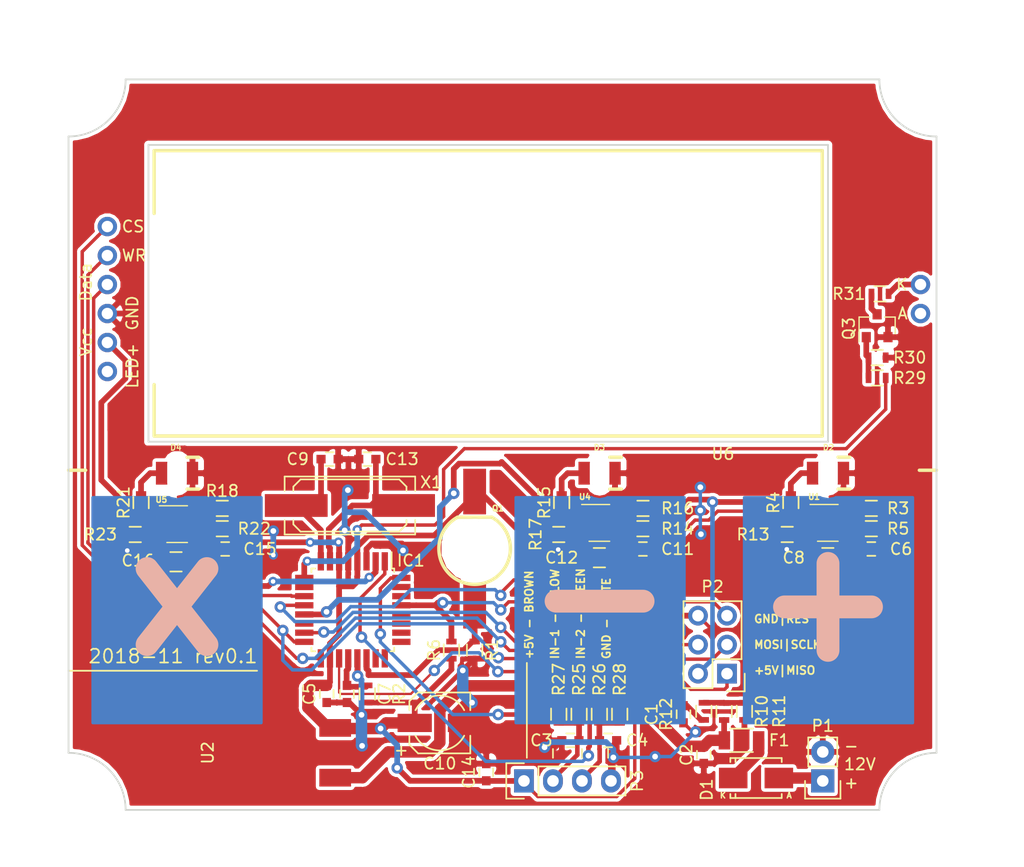
<source format=kicad_pcb>
(kicad_pcb (version 20171130) (host pcbnew "(6.0.0-rc1-dev-199-g6b039bc99)")
  (layers (0 F.Cu signal) (31 B.Cu signal) (34 B.Paste user) (35 F.Paste user) (36 B.SilkS user) (37 F.SilkS user) (38 B.Mask user) (39 F.Mask user) (44 Edge.Cuts user))
  (net 0 "")
  (net 1 GND)
  (net 2 +5V)
  (net 3 "Net-(C8-Pad2)")
  (net 4 "Net-(C8-Pad1)")
  (net 5 "Net-(C12-Pad1)")
  (net 6 "Net-(C12-Pad2)")
  (net 7 "Net-(C16-Pad2)")
  (net 8 "Net-(C16-Pad1)")
  (net 9 /RES)
  (net 10 "Net-(D1-Pad2)")
  (net 11 "Net-(D1-Pad1)")
  (net 12 "Net-(D2-Pad2)")
  (net 13 "Net-(D3-Pad2)")
  (net 14 /D3)
  (net 15 /D4)
  (net 16 /D5)
  (net 17 /D7)
  (net 18 /D8)
  (net 19 /D9)
  (net 20 "/D11(MOSI)")
  (net 21 "/D12(MISO)")
  (net 22 "/D13(SCLK)")
  (net 23 /A6)
  (net 24 /A7)
  (net 25 /D2)
  (net 26 "Net-(Q3-Pad1)")
  (net 27 "Net-(Q3-Pad3)")
  (net 28 "Net-(R3-Pad2)")
  (net 29 Butt-1)
  (net 30 "Net-(R14-Pad2)")
  (net 31 Butt-2)
  (net 32 "Net-(R18-Pad2)")
  (net 33 Butt-3)
  (net 34 "Net-(R31-Pad2)")
  (net 35 "Net-(R10-Pad1)")
  (net 36 "Net-(C2-Pad1)")
  (net 37 "Net-(C3-Pad1)")
  (net 38 "Net-(C4-Pad1)")
  (net 39 "Net-(C7-Pad1)")
  (net 40 "Net-(C9-Pad1)")
  (net 41 "Net-(C13-Pad1)")
  (net 42 "Net-(D4-Pad2)")
  (module ok1hra:LCD-6x1-HT1621 (layer F.Cu) (at 38 -44.76)
    (fp_text reference U6 (at 19.3024 13.5688) (layer F.SilkS))
    (fp_text value LCD-6x1-HT1621)
    (fp_text user CS (at -33.428 -6.35) (layer F.SilkS) (effects (justify left)))
    (fp_text user WR (at -33.428 -3.81) (layer F.SilkS) (effects (justify left)))
    (fp_text user Data (at -36.476 0.31 90) (layer F.SilkS) (effects (justify left)))
    (fp_text user GND (at -32.412 2.85 90) (layer F.SilkS) (effects (justify left)))
    (fp_text user Vcc (at -36.476 5.136 90) (layer F.SilkS) (effects (justify left)))
    (fp_text user LED+ (at -32.412 7.93 90) (layer F.SilkS) (effects (justify left)))
    (fp_text user K (at 35.56 -1.27) (layer F.SilkS) (effects (justify right)))
    (fp_text user A (at 35.56 1.27) (layer F.SilkS) (effects (justify right)))
    (pad 1 thru_hole circle (at -34.6 -6.35) (size 1.7 1.7) (drill 1) (layers *.Cu *.Mask) (net 22 "/D13(SCLK)"))
    (pad 2 thru_hole circle (at -34.6 -3.81) (size 1.7 1.7) (drill 1) (layers *.Cu *.Mask) (net 21 "/D12(MISO)"))
    (pad 3 thru_hole circle (at -34.6 -1.27) (size 1.7 1.7) (drill 1) (layers *.Cu *.Mask) (net 17 /D7))
    (pad 4 thru_hole circle (at -34.6 1.27) (size 1.7 1.7) (drill 1) (layers *.Cu *.Mask) (net 1 GND))
    (pad 5 thru_hole circle (at -34.6 3.81) (size 1.7 1.7) (drill 1) (layers *.Cu *.Mask) (net 2 +5V))
    (pad 6 thru_hole circle (at -34.6 6.35) (size 1.7 1.7) (drill 1) (layers *.Cu *.Mask))
    (pad 7 thru_hole circle (at 36.6 -1.27) (size 1.7 1.7) (drill 1) (layers *.Cu *.Mask) (net 34 "Net-(R31-Pad2)"))
    (pad 8 thru_hole circle (at 36.6 1.27) (size 1.7 1.7) (drill 1) (layers *.Cu *.Mask))
  )
  (module Capacitors_SMD:C_0603 (layer F.Cu) (at 36.576 -3.302 90)
    (fp_text reference C14 (at 0 -1.524 90) (layer F.SilkS))
    (fp_text value 100n)
    (pad 1 smd rect (at -0.75 0 90) (size 0.8 0.75) (layers F.Cu F.Paste F.Mask) (net 2 +5V))
    (pad 2 smd rect (at 0.75 0 90) (size 0.8 0.75) (layers F.Cu F.Paste F.Mask) (net 1 GND))
  )
  (module Pin_Headers:Pin_Header_Straight_1x04 (layer F.Cu) (at 39.878 -2.54 90)
    (fp_text reference P3 (at 0 9.906 270) (layer F.SilkS))
    (fp_text value CONN_01X04)
    (pad 1 thru_hole rect (at 0 0 90) (size 2.032 1.7272) (drill 1.016) (layers *.Cu *.Mask) (net 2 +5V))
    (pad 2 thru_hole oval (at 0 2.54 90) (size 2.032 1.7272) (drill 1.016) (layers *.Cu *.Mask) (net 37 "Net-(C3-Pad1)"))
    (pad 3 thru_hole oval (at 0 5.08 90) (size 2.032 1.7272) (drill 1.016) (layers *.Cu *.Mask) (net 38 "Net-(C4-Pad1)"))
    (pad 4 thru_hole oval (at 0 7.62 90) (size 2.032 1.7272) (drill 1.016) (layers *.Cu *.Mask) (net 1 GND))
  )
  (module ok1hra:LED-1206-invert-mount (layer F.Cu) (at 66.5 -29.504 270)
    (fp_text reference D2 (at -2.246 -0.048) (layer F.SilkS) (effects (font (size 0.5 0.5) (thickness 0.1))))
    (fp_text value LTST-C230KGKT)
    (pad "" np_thru_hole oval (at 0 0 270) (size 3.3 1.7) (drill oval 3.3 1.7) (layers *.Cu *.Mask))
    (pad 1 smd rect (at 0 -1.35 270) (size 2 1) (layers F.Cu F.Paste F.Mask) (net 1 GND))
    (pad 2 smd rect (at 0 1.35 270) (size 2 1) (layers F.Cu F.Paste F.Mask) (net 12 "Net-(D2-Pad2)"))
  )
  (module ok1hra:LED-1206-invert-mount (layer F.Cu) (at 46.5 -29.5 270)
    (fp_text reference D3 (at -2.25 0.018) (layer F.SilkS) (effects (font (size 0.5 0.5) (thickness 0.1))))
    (fp_text value LTST-C230KGKT)
    (pad 2 smd rect (at 0 1.35 270) (size 2 1) (layers F.Cu F.Paste F.Mask) (net 13 "Net-(D3-Pad2)"))
    (pad 1 smd rect (at 0 -1.35 270) (size 2 1) (layers F.Cu F.Paste F.Mask) (net 1 GND))
    (pad "" np_thru_hole oval (at 0 0 270) (size 3.3 1.7) (drill oval 3.3 1.7) (layers *.Cu *.Mask))
  )
  (module ok1hra:LED-1206-invert-mount (layer F.Cu) (at 9.5 -29.5 270)
    (fp_text reference D4 (at -2.25 0.102) (layer F.SilkS) (effects (font (size 0.5 0.5) (thickness 0.1))))
    (fp_text value LTST-C230KGKT)
    (pad "" np_thru_hole oval (at 0 0 270) (size 3.3 1.7) (drill oval 3.3 1.7) (layers *.Cu *.Mask))
    (pad 1 smd rect (at 0 -1.35 270) (size 2 1) (layers F.Cu F.Paste F.Mask) (net 1 GND))
    (pad 2 smd rect (at 0 1.35 270) (size 2 1) (layers F.Cu F.Paste F.Mask) (net 42 "Net-(D4-Pad2)"))
  )
  (module ok1hra:PhotoTransistor-inPCB (layer F.Cu) (at 35.56 -22.892)
    (fp_text reference Q1 (at 2.032 -3.524 180) (layer F.SilkS) (effects (font (size 0.5 0.5) (thickness 0.125))))
    (fp_text value TEPT5700)
    (pad "" np_thru_hole circle (at 0 0) (size 5.2 5.2) (drill 5.2) (layers *.Cu *.Mask))
    (pad 1 smd rect (at 0 -5) (size 2 4) (layers F.Cu F.Mask) (net 2 +5V))
    (pad 2 smd rect (at 0 5) (size 2 4) (layers F.Cu F.Mask) (net 24 /A7))
  )
  (module Capacitors_SMD:C_1206 (layer F.Cu) (at 58.928 -6.096 180)
    (fp_text reference F1 (at -3.302 0 180) (layer F.SilkS))
    (fp_text value PTC)
    (pad 2 smd rect (at 1.5 0 180) (size 1 1.6) (layers F.Cu F.Paste F.Mask) (net 36 "Net-(C2-Pad1)"))
    (pad 1 smd rect (at -1.5 0 180) (size 1 1.6) (layers F.Cu F.Paste F.Mask) (net 11 "Net-(D1-Pad1)"))
  )
  (module Capacitors_SMD:C_0603 (layer F.Cu) (at 26.162 -30.734 180)
    (fp_text reference C13 (at -3.048 0 180) (layer F.SilkS))
    (fp_text value 22p)
    (pad 2 smd rect (at 0.75 0 180) (size 0.8 0.75) (layers F.Cu F.Paste F.Mask) (net 1 GND))
    (pad 1 smd rect (at -0.75 0 180) (size 0.8 0.75) (layers F.Cu F.Paste F.Mask) (net 41 "Net-(C13-Pad1)"))
  )
  (module Capacitors_SMD:C_0603 (layer F.Cu) (at 22.86 -30.734)
    (fp_text reference C9 (at -2.794 0) (layer F.SilkS))
    (fp_text value 22p)
    (pad 2 smd rect (at 0.75 0) (size 0.8 0.75) (layers F.Cu F.Paste F.Mask) (net 1 GND))
    (pad 1 smd rect (at -0.75 0) (size 0.8 0.75) (layers F.Cu F.Paste F.Mask) (net 40 "Net-(C9-Pad1)"))
  )
  (module Capacitors_SMD:C_0603 (layer F.Cu) (at 24.384 -10.16 270)
    (fp_text reference C7 (at 0 -3.302 270) (layer F.SilkS))
    (fp_text value 100n)
    (pad 2 smd rect (at 0.75 0 270) (size 0.8 0.75) (layers F.Cu F.Paste F.Mask) (net 1 GND))
    (pad 1 smd rect (at -0.75 0 270) (size 0.8 0.75) (layers F.Cu F.Paste F.Mask) (net 39 "Net-(C7-Pad1)"))
  )
  (module Capacitors_SMD:C_0603 (layer F.Cu) (at 22.606 -10.16 270)
    (fp_text reference C5 (at 0 1.524 270) (layer F.SilkS))
    (fp_text value 100n)
    (pad 2 smd rect (at 0.75 0 270) (size 0.8 0.75) (layers F.Cu F.Paste F.Mask) (net 1 GND))
    (pad 1 smd rect (at -0.75 0 270) (size 0.8 0.75) (layers F.Cu F.Paste F.Mask) (net 2 +5V))
  )
  (module Capacitors_SMD:C_0603 (layer F.Cu) (at 47.244 -6.096)
    (fp_text reference C4 (at 2.54 0) (layer F.SilkS))
    (fp_text value 10n)
    (pad 2 smd rect (at 0.75 0) (size 0.8 0.75) (layers F.Cu F.Paste F.Mask) (net 1 GND))
    (pad 1 smd rect (at -0.75 0) (size 0.8 0.75) (layers F.Cu F.Paste F.Mask) (net 38 "Net-(C4-Pad1)"))
  )
  (module Capacitors_SMD:C_0603 (layer F.Cu) (at 43.942 -6.096 180)
    (fp_text reference C3 (at 2.54 0 180) (layer F.SilkS))
    (fp_text value 10n)
    (pad 2 smd rect (at 0.75 0 180) (size 0.8 0.75) (layers F.Cu F.Paste F.Mask) (net 1 GND))
    (pad 1 smd rect (at -0.75 0 180) (size 0.8 0.75) (layers F.Cu F.Paste F.Mask) (net 37 "Net-(C3-Pad1)"))
  )
  (module Capacitors_SMD:C_0603 (layer F.Cu) (at 55.626 -4.826 270)
    (fp_text reference C2 (at 0 1.524 270) (layer F.SilkS))
    (fp_text value 100n)
    (pad 2 smd rect (at 0.75 0 270) (size 0.8 0.75) (layers F.Cu F.Paste F.Mask) (net 1 GND))
    (pad 1 smd rect (at -0.75 0 270) (size 0.8 0.75) (layers F.Cu F.Paste F.Mask) (net 36 "Net-(C2-Pad1)"))
  )
  (module Capacitors_SMD:C_0603 (layer F.Cu) (at 53.848 -8.382 90)
    (fp_text reference C1 (at 0 -2.794 90) (layer F.SilkS))
    (fp_text value 100n)
    (pad 2 smd rect (at 0.75 0 90) (size 0.8 0.75) (layers F.Cu F.Paste F.Mask) (net 23 /A6))
    (pad 1 smd rect (at -0.75 0 90) (size 0.8 0.75) (layers F.Cu F.Paste F.Mask) (net 1 GND))
  )
  (module Resistors_SMD:R_0603 (layer F.Cu) (at 26.162 -10.16 270)
    (fp_text reference R2 (at 0 -2.794 270) (layer F.SilkS))
    (fp_text value 4k7)
    (pad 2 smd rect (at 0.75 0 270) (size 0.5 0.9) (layers F.Cu F.Paste F.Mask) (net 2 +5V))
    (pad 1 smd rect (at -0.75 0 270) (size 0.5 0.9) (layers F.Cu F.Paste F.Mask) (net 39 "Net-(C7-Pad1)"))
  )
  (module Resistors_SMD:R_0603 (layer F.Cu) (at 33.528 -14.002 90)
    (fp_text reference R6 (at 0 -1.524 90) (layer F.SilkS))
    (fp_text value 10k)
    (pad 1 smd rect (at -0.75 0 90) (size 0.5 0.9) (layers F.Cu F.Paste F.Mask) (net 2 +5V))
    (pad 2 smd rect (at 0.75 0 90) (size 0.5 0.9) (layers F.Cu F.Paste F.Mask) (net 9 /RES))
  )
  (module Capacitors_SMD:C_0603 (layer F.Cu) (at 70.294 -22.862 180)
    (fp_text reference C6 (at -2.604 -0.002 180) (layer F.SilkS))
    (fp_text value 100n)
    (pad 1 smd rect (at -0.75 0 180) (size 0.8 0.75) (layers F.Cu F.Paste F.Mask) (net 1 GND))
    (pad 2 smd rect (at 0.75 0 180) (size 0.8 0.75) (layers F.Cu F.Paste F.Mask) (net 2 +5V))
  )
  (module Capacitors_SMD:C_0805 (layer F.Cu) (at 66.484 -22.1)
    (fp_text reference C8 (at -2.984 0.002) (layer F.SilkS))
    (fp_text value 4n7)
    (pad 2 smd rect (at 1 0) (size 1 1.25) (layers F.Cu F.Paste F.Mask) (net 3 "Net-(C8-Pad2)"))
    (pad 1 smd rect (at -1 0) (size 1 1.25) (layers F.Cu F.Paste F.Mask) (net 4 "Net-(C8-Pad1)"))
  )
  (module Capacitors_SMD:c_elec_5x5.7 (layer F.Cu) (at 32.512 -7.62)
    (fp_text reference C10 (at 0 3.556) (layer F.SilkS))
    (fp_text value 33u)
    (fp_text user + (at -3.3782 2.3622) (layer F.SilkS))
    (pad 1 smd rect (at -2.2 0 180) (size 3 1.6) (layers F.Cu F.Paste F.Mask) (net 2 +5V))
    (pad 2 smd rect (at 2.2 0 180) (size 3 1.6) (layers F.Cu F.Paste F.Mask) (net 1 GND))
  )
  (module Capacitors_SMD:C_0603 (layer F.Cu) (at 50.292 -22.86 180)
    (fp_text reference C11 (at -3.048 0 180) (layer F.SilkS))
    (fp_text value 100n)
    (pad 2 smd rect (at 0.75 0 180) (size 0.8 0.75) (layers F.Cu F.Paste F.Mask) (net 2 +5V))
    (pad 1 smd rect (at -0.75 0 180) (size 0.8 0.75) (layers F.Cu F.Paste F.Mask) (net 1 GND))
  )
  (module Capacitors_SMD:C_0805 (layer F.Cu) (at 46.482 -22.098)
    (fp_text reference C12 (at -3.302 0) (layer F.SilkS))
    (fp_text value 4n7)
    (pad 1 smd rect (at -1 0) (size 1 1.25) (layers F.Cu F.Paste F.Mask) (net 5 "Net-(C12-Pad1)"))
    (pad 2 smd rect (at 1 0) (size 1 1.25) (layers F.Cu F.Paste F.Mask) (net 6 "Net-(C12-Pad2)"))
  )
  (module Capacitors_SMD:C_0603 (layer F.Cu) (at 13.716 -22.86 180)
    (fp_text reference C15 (at -3.048 0 180) (layer F.SilkS))
    (fp_text value 100n)
    (pad 1 smd rect (at -0.75 0 180) (size 0.8 0.75) (layers F.Cu F.Paste F.Mask) (net 1 GND))
    (pad 2 smd rect (at 0.75 0 180) (size 0.8 0.75) (layers F.Cu F.Paste F.Mask) (net 2 +5V))
  )
  (module Capacitors_SMD:C_0805 (layer F.Cu) (at 9.411001 -21.736999)
    (fp_text reference C16 (at -3.315001 -0.107001) (layer F.SilkS))
    (fp_text value 4n7)
    (pad 2 smd rect (at 1 0) (size 1 1.25) (layers F.Cu F.Paste F.Mask) (net 7 "Net-(C16-Pad2)"))
    (pad 1 smd rect (at -1 0) (size 1 1.25) (layers F.Cu F.Paste F.Mask) (net 8 "Net-(C16-Pad1)"))
  )
  (module Diodes_SMD:SMA_Standard (layer F.Cu) (at 60.198 -2.794)
    (fp_text reference D1 (at -4.318 1.016 90) (layer F.SilkS))
    (fp_text value SS14-DC)
    (fp_text user A (at 2.9 1.524) (layer F.SilkS) (effects (font (size 0.5 0.5) (thickness 0.125))))
    (fp_text user K (at -2.9 1.524) (layer F.SilkS) (effects (font (size 0.5 0.5) (thickness 0.125))))
    (pad 2 smd rect (at 1.99898 0) (size 2.49936 1.80086) (layers F.Cu F.Paste F.Mask) (net 10 "Net-(D1-Pad2)"))
    (pad 1 smd rect (at -1.99898 0) (size 2.49936 1.80086) (layers F.Cu F.Paste F.Mask) (net 11 "Net-(D1-Pad1)"))
  )
  (module Housings_QFP:TQFP-32_7x7mm_Pitch0.8mm (layer F.Cu) (at 24.892 -17.526 270)
    (fp_text reference IC1 (at -4.318 -5.08) (layer F.SilkS))
    (fp_text value ATMEGA328P-A)
    (pad 1 smd rect (at -4.25 -2.8 270) (size 1.6 0.55) (layers F.Cu F.Paste F.Mask) (net 14 /D3))
    (pad 2 smd rect (at -4.25 -2 270) (size 1.6 0.55) (layers F.Cu F.Paste F.Mask) (net 15 /D4))
    (pad 3 smd rect (at -4.25 -1.2 270) (size 1.6 0.55) (layers F.Cu F.Paste F.Mask) (net 1 GND))
    (pad 4 smd rect (at -4.25 -0.4 270) (size 1.6 0.55) (layers F.Cu F.Paste F.Mask) (net 2 +5V))
    (pad 5 smd rect (at -4.25 0.4 270) (size 1.6 0.55) (layers F.Cu F.Paste F.Mask) (net 1 GND))
    (pad 6 smd rect (at -4.25 1.2 270) (size 1.6 0.55) (layers F.Cu F.Paste F.Mask) (net 2 +5V))
    (pad 7 smd rect (at -4.25 2 270) (size 1.6 0.55) (layers F.Cu F.Paste F.Mask) (net 41 "Net-(C13-Pad1)"))
    (pad 8 smd rect (at -4.25 2.8 270) (size 1.6 0.55) (layers F.Cu F.Paste F.Mask) (net 40 "Net-(C9-Pad1)"))
    (pad 9 smd rect (at -2.8 4.25) (size 1.6 0.55) (layers F.Cu F.Paste F.Mask) (net 16 /D5))
    (pad 10 smd rect (at -2 4.25) (size 1.6 0.55) (layers F.Cu F.Paste F.Mask))
    (pad 11 smd rect (at -1.2 4.25) (size 1.6 0.55) (layers F.Cu F.Paste F.Mask) (net 17 /D7))
    (pad 12 smd rect (at -0.4 4.25) (size 1.6 0.55) (layers F.Cu F.Paste F.Mask) (net 18 /D8))
    (pad 13 smd rect (at 0.4 4.25) (size 1.6 0.55) (layers F.Cu F.Paste F.Mask) (net 19 /D9))
    (pad 14 smd rect (at 1.2 4.25) (size 1.6 0.55) (layers F.Cu F.Paste F.Mask))
    (pad 15 smd rect (at 2 4.25) (size 1.6 0.55) (layers F.Cu F.Paste F.Mask) (net 20 "/D11(MOSI)"))
    (pad 16 smd rect (at 2.8 4.25) (size 1.6 0.55) (layers F.Cu F.Paste F.Mask) (net 21 "/D12(MISO)"))
    (pad 17 smd rect (at 4.25 2.8 270) (size 1.6 0.55) (layers F.Cu F.Paste F.Mask) (net 22 "/D13(SCLK)"))
    (pad 18 smd rect (at 4.25 2 270) (size 1.6 0.55) (layers F.Cu F.Paste F.Mask) (net 2 +5V))
    (pad 19 smd rect (at 4.25 1.2 270) (size 1.6 0.55) (layers F.Cu F.Paste F.Mask) (net 23 /A6))
    (pad 20 smd rect (at 4.25 0.4 270) (size 1.6 0.55) (layers F.Cu F.Paste F.Mask) (net 39 "Net-(C7-Pad1)"))
    (pad 21 smd rect (at 4.25 -0.4 270) (size 1.6 0.55) (layers F.Cu F.Paste F.Mask) (net 1 GND))
    (pad 22 smd rect (at 4.25 -1.2 270) (size 1.6 0.55) (layers F.Cu F.Paste F.Mask) (net 24 /A7))
    (pad 23 smd rect (at 4.25 -2 270) (size 1.6 0.55) (layers F.Cu F.Paste F.Mask))
    (pad 24 smd rect (at 4.25 -2.8 270) (size 1.6 0.55) (layers F.Cu F.Paste F.Mask))
    (pad 25 smd rect (at 2.8 -4.25) (size 1.6 0.55) (layers F.Cu F.Paste F.Mask))
    (pad 26 smd rect (at 2 -4.25) (size 1.6 0.55) (layers F.Cu F.Paste F.Mask))
    (pad 27 smd rect (at 1.2 -4.25) (size 1.6 0.55) (layers F.Cu F.Paste F.Mask))
    (pad 28 smd rect (at 0.4 -4.25) (size 1.6 0.55) (layers F.Cu F.Paste F.Mask))
    (pad 29 smd rect (at -0.4 -4.25) (size 1.6 0.55) (layers F.Cu F.Paste F.Mask) (net 9 /RES))
    (pad 30 smd rect (at -1.2 -4.25) (size 1.6 0.55) (layers F.Cu F.Paste F.Mask))
    (pad 31 smd rect (at -2 -4.25) (size 1.6 0.55) (layers F.Cu F.Paste F.Mask))
    (pad 32 smd rect (at -2.8 -4.25) (size 1.6 0.55) (layers F.Cu F.Paste F.Mask) (net 25 /D2))
  )
  (module Pin_Headers:Pin_Header_Straight_1x02 (layer F.Cu) (at 66.04 -2.54 180)
    (fp_text reference P1 (at 0 4.826 180) (layer F.SilkS))
    (fp_text value CONN_01X02)
    (pad 1 thru_hole rect (at 0 0 180) (size 2.032 2.032) (drill 1.016) (layers *.Cu *.Mask) (net 10 "Net-(D1-Pad2)"))
    (pad 2 thru_hole oval (at 0 2.54 180) (size 2.032 2.032) (drill 1.016) (layers *.Cu *.Mask) (net 1 GND))
  )
  (module Pin_Headers:Pin_Header_Straight_2x03 (layer F.Cu) (at 57.658 -11.938 180)
    (fp_text reference P2 (at 1.27 7.62 180) (layer F.SilkS))
    (fp_text value CONN_3X2)
    (pad 1 thru_hole rect (at 0 0 180) (size 1.7272 1.7272) (drill 1.016) (layers *.Cu *.Mask) (net 21 "/D12(MISO)"))
    (pad 2 thru_hole oval (at 2.54 0 180) (size 1.7272 1.7272) (drill 1.016) (layers *.Cu *.Mask) (net 2 +5V))
    (pad 3 thru_hole oval (at 0 2.54 180) (size 1.7272 1.7272) (drill 1.016) (layers *.Cu *.Mask) (net 22 "/D13(SCLK)"))
    (pad 4 thru_hole oval (at 2.54 2.54 180) (size 1.7272 1.7272) (drill 1.016) (layers *.Cu *.Mask) (net 20 "/D11(MOSI)"))
    (pad 5 thru_hole oval (at 0 5.08 180) (size 1.7272 1.7272) (drill 1.016) (layers *.Cu *.Mask) (net 9 /RES))
    (pad 6 thru_hole oval (at 2.54 5.08 180) (size 1.7272 1.7272) (drill 1.016) (layers *.Cu *.Mask) (net 1 GND))
  )
  (module TO_SOT_Packages_SMD:SOT-23 (layer F.Cu) (at 70.802 -42.42 90)
    (fp_text reference Q3 (at -0.256 -2.476 90) (layer F.SilkS))
    (fp_text value MMBF170)
    (pad 1 smd rect (at -1 -0.95 90) (size 0.9 0.8) (layers F.Cu F.Paste F.Mask) (net 26 "Net-(Q3-Pad1)"))
    (pad 2 smd rect (at -1 0.95 90) (size 0.9 0.8) (layers F.Cu F.Paste F.Mask) (net 1 GND))
    (pad 3 smd rect (at 1 0 90) (size 0.9 0.8) (layers F.Cu F.Paste F.Mask) (net 27 "Net-(Q3-Pad3)"))
  )
  (module Resistors_SMD:R_0603 (layer F.Cu) (at 35.56 -14.002 270)
    (fp_text reference R1 (at 0 -1.524 270) (layer F.SilkS))
    (fp_text value 10k)
    (pad 2 smd rect (at 0.75 0 270) (size 0.5 0.9) (layers F.Cu F.Paste F.Mask) (net 1 GND))
    (pad 1 smd rect (at -0.75 0 270) (size 0.5 0.9) (layers F.Cu F.Paste F.Mask) (net 24 /A7))
  )
  (module Resistors_SMD:R_0603 (layer F.Cu) (at 70.294 -26.418 180)
    (fp_text reference R3 (at -2.35 -0.002 180) (layer F.SilkS))
    (fp_text value 0R)
    (pad 1 smd rect (at -0.75 0 180) (size 0.5 0.9) (layers F.Cu F.Paste F.Mask) (net 1 GND))
    (pad 2 smd rect (at 0.75 0 180) (size 0.5 0.9) (layers F.Cu F.Paste F.Mask) (net 28 "Net-(R3-Pad2)"))
  )
  (module Resistors_SMD:R_0603 (layer F.Cu) (at 63.246 -26.924 270)
    (fp_text reference R4 (at 0 1.524 270) (layer F.SilkS))
    (fp_text value 1k)
    (pad 1 smd rect (at -0.75 0 270) (size 0.5 0.9) (layers F.Cu F.Paste F.Mask) (net 12 "Net-(D2-Pad2)"))
    (pad 2 smd rect (at 0.75 0 270) (size 0.5 0.9) (layers F.Cu F.Paste F.Mask) (net 18 /D8))
  )
  (module Resistors_SMD:R_0603 (layer F.Cu) (at 70.294 -24.64)
    (fp_text reference R5 (at 2.35 0.002) (layer F.SilkS))
    (fp_text value 0R*)
    (pad 2 smd rect (at 0.75 0) (size 0.5 0.9) (layers F.Cu F.Paste F.Mask) (net 2 +5V))
    (pad 1 smd rect (at -0.75 0) (size 0.5 0.9) (layers F.Cu F.Paste F.Mask) (net 28 "Net-(R3-Pad2)"))
  )
  (module Resistors_SMD:R_0603 (layer F.Cu) (at 57.404 -8.624 270)
    (fp_text reference R10 (at -0.012 -3.302 270) (layer F.SilkS))
    (fp_text value 10k)
    (pad 2 smd rect (at 0.75 0 270) (size 0.5 0.9) (layers F.Cu F.Paste F.Mask) (net 36 "Net-(C2-Pad1)"))
    (pad 1 smd rect (at -0.75 0 270) (size 0.5 0.9) (layers F.Cu F.Paste F.Mask) (net 35 "Net-(R10-Pad1)"))
  )
  (module Resistors_SMD:R_0603 (layer F.Cu) (at 59.182 -8.636 90)
    (fp_text reference R11 (at 0 3.048 90) (layer F.SilkS))
    (fp_text value 2k)
    (pad 1 smd rect (at -0.75 0 90) (size 0.5 0.9) (layers F.Cu F.Paste F.Mask) (net 1 GND))
    (pad 2 smd rect (at 0.75 0 90) (size 0.5 0.9) (layers F.Cu F.Paste F.Mask) (net 35 "Net-(R10-Pad1)"))
  )
  (module Resistors_SMD:R_0603 (layer F.Cu) (at 55.626 -8.636 90)
    (fp_text reference R12 (at -0.254 -3.302 90) (layer F.SilkS))
    (fp_text value 1k)
    (pad 1 smd rect (at -0.75 0 90) (size 0.5 0.9) (layers F.Cu F.Paste F.Mask) (net 23 /A6))
    (pad 2 smd rect (at 0.75 0 90) (size 0.5 0.9) (layers F.Cu F.Paste F.Mask) (net 35 "Net-(R10-Pad1)"))
  )
  (module Resistors_SMD:R_0603 (layer F.Cu) (at 62.928 -24.132)
    (fp_text reference R13 (at -2.984 0.002) (layer F.SilkS))
    (fp_text value 3k6)
    (pad 1 smd rect (at -0.75 0) (size 0.5 0.9) (layers F.Cu F.Paste F.Mask) (net 29 Butt-1))
    (pad 2 smd rect (at 0.75 0) (size 0.5 0.9) (layers F.Cu F.Paste F.Mask) (net 4 "Net-(C8-Pad1)"))
  )
  (module Resistors_SMD:R_0603 (layer F.Cu) (at 50.304 -26.416 180)
    (fp_text reference R14 (at -3.036 -1.778 180) (layer F.SilkS))
    (fp_text value 0R)
    (pad 1 smd rect (at -0.75 0 180) (size 0.5 0.9) (layers F.Cu F.Paste F.Mask) (net 1 GND))
    (pad 2 smd rect (at 0.75 0 180) (size 0.5 0.9) (layers F.Cu F.Paste F.Mask) (net 30 "Net-(R14-Pad2)"))
  )
  (module Resistors_SMD:R_0603 (layer F.Cu) (at 43.18 -26.924 270)
    (fp_text reference R15 (at 0 1.524 270) (layer F.SilkS))
    (fp_text value 1k)
    (pad 2 smd rect (at 0.75 0 270) (size 0.5 0.9) (layers F.Cu F.Paste F.Mask) (net 19 /D9))
    (pad 1 smd rect (at -0.75 0 270) (size 0.5 0.9) (layers F.Cu F.Paste F.Mask) (net 13 "Net-(D3-Pad2)"))
  )
  (module Resistors_SMD:R_0603 (layer F.Cu) (at 50.292 -24.638)
    (fp_text reference R16 (at 3.048 -1.778) (layer F.SilkS))
    (fp_text value 0R*)
    (pad 2 smd rect (at 0.75 0) (size 0.5 0.9) (layers F.Cu F.Paste F.Mask) (net 2 +5V))
    (pad 1 smd rect (at -0.75 0) (size 0.5 0.9) (layers F.Cu F.Paste F.Mask) (net 30 "Net-(R14-Pad2)"))
  )
  (module Resistors_SMD:R_0603 (layer F.Cu) (at 42.926 -24.13)
    (fp_text reference R17 (at -2.032 0 90) (layer F.SilkS))
    (fp_text value 3k6)
    (pad 1 smd rect (at -0.75 0) (size 0.5 0.9) (layers F.Cu F.Paste F.Mask) (net 31 Butt-2))
    (pad 2 smd rect (at 0.75 0) (size 0.5 0.9) (layers F.Cu F.Paste F.Mask) (net 5 "Net-(C12-Pad1)"))
  )
  (module Resistors_SMD:R_0603 (layer F.Cu) (at 13.462 -26.416 180)
    (fp_text reference R18 (at 0 1.524 180) (layer F.SilkS))
    (fp_text value 0R)
    (pad 1 smd rect (at -0.75 0 180) (size 0.5 0.9) (layers F.Cu F.Paste F.Mask) (net 1 GND))
    (pad 2 smd rect (at 0.75 0 180) (size 0.5 0.9) (layers F.Cu F.Paste F.Mask) (net 32 "Net-(R18-Pad2)"))
  )
  (module Resistors_SMD:R_0603 (layer F.Cu) (at 6.35 -26.924 270)
    (fp_text reference R21 (at 0 1.524 270) (layer F.SilkS))
    (fp_text value 1k)
    (pad 2 smd rect (at 0.75 0 270) (size 0.5 0.9) (layers F.Cu F.Paste F.Mask) (net 15 /D4))
    (pad 1 smd rect (at -0.75 0 270) (size 0.5 0.9) (layers F.Cu F.Paste F.Mask) (net 42 "Net-(D4-Pad2)"))
  )
  (module Resistors_SMD:R_0603 (layer F.Cu) (at 13.462 -24.638)
    (fp_text reference R22 (at 2.794 0) (layer F.SilkS))
    (fp_text value 0R*)
    (pad 2 smd rect (at 0.75 0) (size 0.5 0.9) (layers F.Cu F.Paste F.Mask) (net 2 +5V))
    (pad 1 smd rect (at -0.75 0) (size 0.5 0.9) (layers F.Cu F.Paste F.Mask) (net 32 "Net-(R18-Pad2)"))
  )
  (module Resistors_SMD:R_0603 (layer F.Cu) (at 5.842 -24.13)
    (fp_text reference R23 (at -3.048 0) (layer F.SilkS))
    (fp_text value 3k6)
    (pad 2 smd rect (at 0.75 0) (size 0.5 0.9) (layers F.Cu F.Paste F.Mask) (net 8 "Net-(C16-Pad1)"))
    (pad 1 smd rect (at -0.75 0) (size 0.5 0.9) (layers F.Cu F.Paste F.Mask) (net 33 Butt-3))
  )
  (module Resistors_SMD:R_0603 (layer F.Cu) (at 44.704 -8.382 90)
    (fp_text reference R25 (at 3.048 0 90) (layer F.SilkS))
    (fp_text value 1k)
    (pad 2 smd rect (at 0.75 0 90) (size 0.5 0.9) (layers F.Cu F.Paste F.Mask) (net 25 /D2))
    (pad 1 smd rect (at -0.75 0 90) (size 0.5 0.9) (layers F.Cu F.Paste F.Mask) (net 37 "Net-(C3-Pad1)"))
  )
  (module Resistors_SMD:R_0603 (layer F.Cu) (at 46.482 -8.382 90)
    (fp_text reference R26 (at 3.048 0 90) (layer F.SilkS))
    (fp_text value 1k)
    (pad 2 smd rect (at 0.75 0 90) (size 0.5 0.9) (layers F.Cu F.Paste F.Mask) (net 14 /D3))
    (pad 1 smd rect (at -0.75 0 90) (size 0.5 0.9) (layers F.Cu F.Paste F.Mask) (net 38 "Net-(C4-Pad1)"))
  )
  (module Resistors_SMD:R_0603 (layer F.Cu) (at 42.926 -8.382 90)
    (fp_text reference R27 (at 3.048 0 90) (layer F.SilkS))
    (fp_text value 10k)
    (pad 1 smd rect (at -0.75 0 90) (size 0.5 0.9) (layers F.Cu F.Paste F.Mask) (net 37 "Net-(C3-Pad1)"))
    (pad 2 smd rect (at 0.75 0 90) (size 0.5 0.9) (layers F.Cu F.Paste F.Mask) (net 2 +5V))
  )
  (module Resistors_SMD:R_0603 (layer F.Cu) (at 48.26 -8.382 90)
    (fp_text reference R28 (at 3.048 0 90) (layer F.SilkS))
    (fp_text value 10k)
    (pad 1 smd rect (at -0.75 0 90) (size 0.5 0.9) (layers F.Cu F.Paste F.Mask) (net 38 "Net-(C4-Pad1)"))
    (pad 2 smd rect (at 0.75 0 90) (size 0.5 0.9) (layers F.Cu F.Paste F.Mask) (net 2 +5V))
  )
  (module Resistors_SMD:R_0603 (layer F.Cu) (at 70.802 -37.848)
    (fp_text reference R29 (at 2.858 0.002) (layer F.SilkS))
    (fp_text value 100R)
    (pad 1 smd rect (at -0.75 0) (size 0.5 0.9) (layers F.Cu F.Paste F.Mask) (net 26 "Net-(Q3-Pad1)"))
    (pad 2 smd rect (at 0.75 0) (size 0.5 0.9) (layers F.Cu F.Paste F.Mask) (net 16 /D5))
  )
  (module Resistors_SMD:R_0603 (layer F.Cu) (at 70.802 -39.626)
    (fp_text reference R30 (at 2.858 0.002) (layer F.SilkS))
    (fp_text value 100k)
    (pad 2 smd rect (at 0.75 0) (size 0.5 0.9) (layers F.Cu F.Paste F.Mask) (net 1 GND))
    (pad 1 smd rect (at -0.75 0) (size 0.5 0.9) (layers F.Cu F.Paste F.Mask) (net 26 "Net-(Q3-Pad1)"))
  )
  (module Resistors_SMD:R_0603 (layer F.Cu) (at 71.056 -45.214)
    (fp_text reference R31 (at -2.73 0.002) (layer F.SilkS))
    (fp_text value 100R)
    (pad 2 smd rect (at 0.75 0) (size 0.5 0.9) (layers F.Cu F.Paste F.Mask) (net 34 "Net-(R31-Pad2)"))
    (pad 1 smd rect (at -0.75 0) (size 0.5 0.9) (layers F.Cu F.Paste F.Mask) (net 27 "Net-(Q3-Pad3)"))
  )
  (module TO_SOT_Packages_SMD:SOT-23-6 (layer F.Cu) (at 66.484 -25.148)
    (fp_text reference U1 (at -1.206 -2.284) (layer F.SilkS) (effects (font (size 0.5 0.5) (thickness 0.125))))
    (fp_text value AT42QT1011-TSHR)
    (pad 5 smd rect (at 1.1 0) (size 1.06 0.65) (layers F.Cu F.Paste F.Mask) (net 2 +5V))
    (pad 6 smd rect (at 1.1 -0.95) (size 1.06 0.65) (layers F.Cu F.Paste F.Mask) (net 28 "Net-(R3-Pad2)"))
    (pad 4 smd rect (at 1.1 0.95) (size 1.06 0.65) (layers F.Cu F.Paste F.Mask) (net 3 "Net-(C8-Pad2)"))
    (pad 3 smd rect (at -1.1 0.95) (size 1.06 0.65) (layers F.Cu F.Paste F.Mask) (net 4 "Net-(C8-Pad1)"))
    (pad 2 smd rect (at -1.1 0) (size 1.06 0.65) (layers F.Cu F.Paste F.Mask) (net 1 GND))
    (pad 1 smd rect (at -1.1 -0.95) (size 1.06 0.65) (layers F.Cu F.Paste F.Mask) (net 18 /D8))
  )
  (module Diodes_SMD:D-Pak_TO252AA (layer F.Cu) (at 19.05 -5.0038 90)
    (fp_text reference U2 (at 0 -6.858 90) (layer F.SilkS))
    (fp_text value LF50CDT)
    (pad 3 smd rect (at 2.18 4.3 90) (size 1.55 2.78) (layers F.Cu F.Paste F.Mask) (net 2 +5V))
    (pad 4 smd rect (at 0 -2.335 90) (size 6.74 6.73) (layers F.Cu F.Paste F.Mask) (net 1 GND))
    (pad 1 smd rect (at -2.18 4.3 90) (size 1.55 2.78) (layers F.Cu F.Paste F.Mask) (net 36 "Net-(C2-Pad1)"))
  )
  (module TO_SOT_Packages_SMD:SOT-23-6 (layer F.Cu) (at 46.482 -25.146)
    (fp_text reference U4 (at -1.27 -2.286) (layer F.SilkS) (effects (font (size 0.5 0.5) (thickness 0.125))))
    (fp_text value AT42QT1011-TSHR)
    (pad 1 smd rect (at -1.1 -0.95) (size 1.06 0.65) (layers F.Cu F.Paste F.Mask) (net 19 /D9))
    (pad 2 smd rect (at -1.1 0) (size 1.06 0.65) (layers F.Cu F.Paste F.Mask) (net 1 GND))
    (pad 3 smd rect (at -1.1 0.95) (size 1.06 0.65) (layers F.Cu F.Paste F.Mask) (net 5 "Net-(C12-Pad1)"))
    (pad 4 smd rect (at 1.1 0.95) (size 1.06 0.65) (layers F.Cu F.Paste F.Mask) (net 6 "Net-(C12-Pad2)"))
    (pad 6 smd rect (at 1.1 -0.95) (size 1.06 0.65) (layers F.Cu F.Paste F.Mask) (net 30 "Net-(R14-Pad2)"))
    (pad 5 smd rect (at 1.1 0) (size 1.06 0.65) (layers F.Cu F.Paste F.Mask) (net 2 +5V))
  )
  (module TO_SOT_Packages_SMD:SOT-23-6 (layer F.Cu) (at 9.511001 -25.036999)
    (fp_text reference U5 (at -1.383001 -2.141001) (layer F.SilkS) (effects (font (size 0.5 0.5) (thickness 0.125))))
    (fp_text value AT42QT1011-TSHR)
    (pad 1 smd rect (at -1.1 -0.95) (size 1.06 0.65) (layers F.Cu F.Paste F.Mask) (net 15 /D4))
    (pad 2 smd rect (at -1.1 0) (size 1.06 0.65) (layers F.Cu F.Paste F.Mask) (net 1 GND))
    (pad 3 smd rect (at -1.1 0.95) (size 1.06 0.65) (layers F.Cu F.Paste F.Mask) (net 8 "Net-(C16-Pad1)"))
    (pad 4 smd rect (at 1.1 0.95) (size 1.06 0.65) (layers F.Cu F.Paste F.Mask) (net 7 "Net-(C16-Pad2)"))
    (pad 6 smd rect (at 1.1 -0.95) (size 1.06 0.65) (layers F.Cu F.Paste F.Mask) (net 32 "Net-(R18-Pad2)"))
    (pad 5 smd rect (at 1.1 0) (size 1.06 0.65) (layers F.Cu F.Paste F.Mask) (net 2 +5V))
  )
  (module Crystals:Q_49U3HMS (layer F.Cu) (at 24.638 -26.67)
    (fp_text reference X1 (at 7.112 -2.032) (layer F.SilkS))
    (fp_text value 16MHz)
    (pad 1 smd rect (at -4.699 0) (size 5.4991 1.99898) (layers F.Cu F.Paste F.Mask) (net 40 "Net-(C9-Pad1)"))
    (pad 2 smd rect (at 4.699 0) (size 5.4991 1.99898) (layers F.Cu F.Paste F.Mask) (net 41 "Net-(C13-Pad1)"))
  )
  (gr_arc (start 76 -64) (end 71 -64) (angle -90) (layer Edge.Cuts) (width 0.15))
  (gr_arc (start 0 -64) (end 0 -59) (angle -90) (layer Edge.Cuts) (width 0.15))
  (gr_arc (start 76 0) (end 76 -5) (angle -90) (layer Edge.Cuts) (width 0.15))
  (gr_arc (start 0 0) (end 5 0) (angle -90) (layer Edge.Cuts) (width 0.15))
  (gr_text x (at 9.5 -19) (layer B.SilkS) (effects (font (size 10 10) (thickness 2)) (justify mirror)))
  (gr_text - (at 46.5 -19) (layer B.SilkS) (effects (font (size 10 10) (thickness 2)) (justify mirror)))
  (gr_text + (at 66.5 -18.5) (layer B.SilkS) (effects (font (size 10 10) (thickness 2)) (justify mirror)))
  (gr_line (start 16.51 -12.192) (end 0 -12.192) (layer F.SilkS) (width 0.15))
  (gr_text "2018-11 rev0.1" (at 9.144 -13.462) (layer F.SilkS) (effects (font (size 1.2 1.2))))
  (gr_line (start 47.244 -5.334) (end 47.244 -4.572) (layer F.SilkS) (width 0.15))
  (gr_line (start 44.958 -5.334) (end 44.958 -4.572) (layer F.SilkS) (width 0.15))
  (gr_line (start 42.418 -5.334) (end 42.418 -4.572) (layer F.SilkS) (width 0.15))
  (gr_line (start 40.132 -12.8778) (end 40.132 -4.572) (layer F.SilkS) (width 0.15))
  (gr_text "+5V - BROWN\n\nIN-1 - YELOW\n\nIN-2 - GREEN\n\nGND - WHITE" (at 43.7134 -13.1318 90) (layer F.SilkS) (effects (font (size 0.7 0.7)) (justify left)))
  (gr_text "GND|RES\n\nMOSI|SCLK\n\n+5V|MISO" (at 59.944 -14.478) (layer F.SilkS) (effects (font (size 0.7 0.7)) (justify left)))
  (gr_text "-\n12V\n+" (at 67.818 -4) (layer F.SilkS) (effects (font (size 1 1)) (justify left)))
  (gr_line (start 66.5 -58.26) (end 7 -58.26) (layer Edge.Cuts) (width 0.15))
  (gr_line (start 66.5 -32.26) (end 66.5 -58.26) (layer Edge.Cuts) (width 0.15))
  (gr_line (start 7 -32.26) (end 66.5 -32.26) (layer Edge.Cuts) (width 0.15))
  (gr_line (start 7 -58.26) (end 7 -32.26) (layer Edge.Cuts) (width 0.15))
  (gr_line (start 71 0) (end 5 0) (layer Edge.Cuts) (width 0.15))
  (gr_line (start 76 -59) (end 76 -5) (layer Edge.Cuts) (width 0.15))
  (gr_line (start 5 -64) (end 71 -64) (layer Edge.Cuts) (width 0.15))
  (gr_line (start 0 -5) (end 0 -59) (layer Edge.Cuts) (width 0.15))
  (segment (start 7.381001 -25.036999) (end 7.145 -25.273) (width 0.5) (layer F.Cu) (net 1))
  (segment (start 8.411001 -25.036999) (end 7.381001 -25.036999) (width 0.5) (layer F.Cu) (net 1))
  (segment (start 6.224998 -25.273) (end 5.8166 -24.864602) (width 0.5) (layer F.Cu) (net 1))
  (segment (start 7.145 -25.273) (end 6.224998 -25.273) (width 0.5) (layer F.Cu) (net 1))
  (segment (start 5.992878 -23.130719) (end 5.992878 -22.607522) (width 0.5) (layer F.Cu) (net 1))
  (segment (start 5.8166 -23.306997) (end 5.992878 -23.130719) (width 0.5) (layer F.Cu) (net 1))
  (segment (start 5.8166 -24.864602) (end 5.8166 -23.306997) (width 0.5) (layer F.Cu) (net 1))
  (segment (start 5.992878 -22.22012) (end 7.664398 -20.5486) (width 0.5) (layer F.Cu) (net 1))
  (segment (start 5.992878 -22.607522) (end 5.992878 -22.22012) (width 0.5) (layer F.Cu) (net 1))
  (segment (start 14.212 -27.138) (end 14.212 -26.416) (width 0.5) (layer F.Cu) (net 1))
  (segment (start 11.85 -29.5) (end 14.212 -27.138) (width 0.5) (layer F.Cu) (net 1))
  (segment (start 10.85 -29.5) (end 11.85 -29.5) (width 0.5) (layer F.Cu) (net 1))
  (via (at 17.9324 -22.3266) (size 0.8) (drill 0.4) (layers F.Cu B.Cu) (net 1))
  (segment (start 16.1544 -20.5486) (end 17.9324 -22.3266) (width 0.5) (layer F.Cu) (net 1))
  (segment (start 7.664398 -20.5486) (end 16.1544 -20.5486) (width 0.5) (layer F.Cu) (net 1))
  (via (at 17.9324 -24.4348) (size 1) (drill 0.5) (layers F.Cu B.Cu) (net 1))
  (segment (start 17.9324 -22.3266) (end 17.9324 -24.4348) (width 0.5) (layer B.Cu) (net 1))
  (segment (start 16.1932 -24.4348) (end 14.212 -26.416) (width 0.5) (layer F.Cu) (net 1))
  (segment (start 17.9324 -24.4348) (end 16.1932 -24.4348) (width 0.5) (layer F.Cu) (net 1))
  (segment (start 16.0658 -24.4348) (end 16.1932 -24.4348) (width 0.5) (layer F.Cu) (net 1))
  (segment (start 14.491 -22.86) (end 16.0658 -24.4348) (width 0.5) (layer F.Cu) (net 1))
  (segment (start 14.466 -22.86) (end 14.491 -22.86) (width 0.5) (layer F.Cu) (net 1))
  (via (at 24.1808 -24.4856) (size 1) (drill 0.5) (layers F.Cu B.Cu) (net 1))
  (segment (start 24.492 -21.776) (end 24.492 -24.1744) (width 0.5) (layer F.Cu) (net 1))
  (segment (start 24.492 -24.1744) (end 24.1808 -24.4856) (width 0.5) (layer F.Cu) (net 1))
  (segment (start 26.092 -22.861002) (end 26.573598 -23.3426) (width 0.5) (layer F.Cu) (net 1))
  (segment (start 26.092 -21.776) (end 26.092 -22.861002) (width 0.5) (layer F.Cu) (net 1))
  (segment (start 26.573598 -23.3426) (end 29.1846 -23.3426) (width 0.5) (layer F.Cu) (net 1))
  (segment (start 46.412 -25.146) (end 46.4312 -25.1652) (width 0.5) (layer F.Cu) (net 1))
  (segment (start 45.382 -25.146) (end 46.412 -25.146) (width 0.5) (layer F.Cu) (net 1))
  (segment (start 46.4312 -26.610202) (end 47.075198 -27.2542) (width 0.5) (layer F.Cu) (net 1))
  (segment (start 46.4312 -25.1652) (end 46.4312 -26.610202) (width 0.5) (layer F.Cu) (net 1))
  (segment (start 47.075198 -27.2542) (end 47.5234 -27.2542) (width 0.5) (layer F.Cu) (net 1))
  (segment (start 47.85 -27.5808) (end 47.85 -29.5) (width 0.5) (layer F.Cu) (net 1))
  (segment (start 47.5234 -27.2542) (end 47.85 -27.5808) (width 0.5) (layer F.Cu) (net 1))
  (segment (start 25.412 -30.734) (end 24.511 -30.734) (width 0.5) (layer F.Cu) (net 1))
  (via (at 24.4602 -28.0162) (size 1) (drill 0.5) (layers F.Cu B.Cu) (net 1))
  (segment (start 24.511 -30.734) (end 24.511 -28.067) (width 0.5) (layer F.Cu) (net 1))
  (segment (start 24.511 -30.734) (end 23.61 -30.734) (width 0.5) (layer F.Cu) (net 1))
  (segment (start 24.511 -28.067) (end 24.4602 -28.0162) (width 0.5) (layer F.Cu) (net 1))
  (segment (start 24.4602 -28.0162) (end 24.1808 -27.7368) (width 0.5) (layer B.Cu) (net 1))
  (via (at 29.2862 -22.733) (size 1) (drill 0.5) (layers F.Cu B.Cu) (net 1))
  (segment (start 24.1808 -26.0858) (end 24.1808 -24.4856) (width 0.5) (layer B.Cu) (net 1))
  (segment (start 24.1808 -27.7368) (end 24.1808 -26.0858) (width 0.5) (layer B.Cu) (net 1))
  (segment (start 25.9334 -26.0858) (end 29.2862 -22.733) (width 0.5) (layer B.Cu) (net 1))
  (segment (start 24.1808 -26.0858) (end 25.9334 -26.0858) (width 0.5) (layer B.Cu) (net 1))
  (segment (start 29.1846 -22.8346) (end 29.1846 -23.3426) (width 0.5) (layer F.Cu) (net 1))
  (segment (start 29.2862 -22.733) (end 29.1846 -22.8346) (width 0.5) (layer F.Cu) (net 1))
  (via (at 25.654 -8.3312) (size 1) (drill 0.5) (layers F.Cu B.Cu) (net 1))
  (segment (start 24.5752 -9.41) (end 25.654 -8.3312) (width 0.5) (layer F.Cu) (net 1))
  (segment (start 24.384 -9.41) (end 24.5752 -9.41) (width 0.5) (layer F.Cu) (net 1))
  (segment (start 25.654 -11.397751) (end 25.315127 -11.736624) (width 0.5) (layer B.Cu) (net 1))
  (segment (start 25.654 -8.3312) (end 25.654 -11.397751) (width 0.5) (layer B.Cu) (net 1))
  (via (at 25.315127 -11.736624) (size 1) (drill 0.5) (layers F.Cu B.Cu) (net 1))
  (segment (start 25.315127 -13.252873) (end 25.292 -13.276) (width 0.5) (layer F.Cu) (net 1))
  (segment (start 25.315127 -11.736624) (end 25.315127 -13.252873) (width 0.5) (layer F.Cu) (net 1))
  (segment (start 22.606 -9.41) (end 24.384 -9.41) (width 0.4) (layer F.Cu) (net 1))
  (via (at 25.7048 -5.6134) (size 1) (drill 0.5) (layers F.Cu B.Cu) (net 1))
  (segment (start 25.654 -5.6642) (end 25.7048 -5.6134) (width 1) (layer B.Cu) (net 1))
  (segment (start 25.654 -8.3312) (end 25.654 -5.6642) (width 1) (layer B.Cu) (net 1))
  (segment (start 35.5532 -13.252) (end 34.5186 -12.2174) (width 0.5) (layer F.Cu) (net 1))
  (via (at 34.5186 -12.2174) (size 1) (drill 0.5) (layers F.Cu B.Cu) (net 1))
  (segment (start 35.56 -13.252) (end 35.5532 -13.252) (width 0.5) (layer F.Cu) (net 1))
  (via (at 35.3314 -9.398) (size 1) (drill 0.5) (layers F.Cu B.Cu) (net 1))
  (segment (start 34.5186 -10.2108) (end 35.3314 -9.398) (width 1) (layer B.Cu) (net 1))
  (segment (start 34.5186 -12.2174) (end 34.5186 -10.2108) (width 1) (layer B.Cu) (net 1))
  (segment (start 10.85 -31) (end 10.85 -29.5) (width 0.5) (layer F.Cu) (net 1))
  (segment (start 10.1762 -31.6738) (end 10.85 -31) (width 0.5) (layer F.Cu) (net 1))
  (segment (start 5.2832 -31.6738) (end 10.1762 -31.6738) (width 0.5) (layer F.Cu) (net 1))
  (segment (start 3.6576 -33.2994) (end 5.2832 -31.6738) (width 0.5) (layer F.Cu) (net 1))
  (segment (start 5.3288 -43.49) (end 5.8928 -42.926) (width 0.5) (layer F.Cu) (net 1))
  (segment (start 3.4 -43.49) (end 5.3288 -43.49) (width 0.5) (layer F.Cu) (net 1))
  (segment (start 5.8928 -37.719) (end 3.6576 -35.4838) (width 0.5) (layer F.Cu) (net 1))
  (segment (start 3.6576 -35.4838) (end 3.6576 -33.2994) (width 0.5) (layer F.Cu) (net 1))
  (segment (start 5.8928 -42.926) (end 5.8928 -37.719) (width 0.5) (layer F.Cu) (net 1))
  (via (at 55.3212 -28.2702) (size 1) (drill 0.5) (layers F.Cu B.Cu) (net 1))
  (segment (start 52.7082 -28.2702) (end 55.3212 -28.2702) (width 0.3) (layer F.Cu) (net 1))
  (segment (start 51.054 -26.616) (end 52.7082 -28.2702) (width 0.3) (layer F.Cu) (net 1))
  (segment (start 51.054 -26.416) (end 51.054 -26.616) (width 0.3) (layer F.Cu) (net 1))
  (via (at 55.3212 -26.2382) (size 1) (drill 0.5) (layers F.Cu B.Cu) (net 1))
  (segment (start 55.3212 -28.2702) (end 55.3212 -26.2382) (width 0.3) (layer B.Cu) (net 1))
  (segment (start 51.067 -22.86) (end 51.042 -22.86) (width 0.3) (layer F.Cu) (net 1))
  (segment (start 51.742 -23.535) (end 51.067 -22.86) (width 0.3) (layer F.Cu) (net 1))
  (segment (start 51.742 -23.56) (end 51.742 -23.535) (width 0.3) (layer F.Cu) (net 1))
  (segment (start 54.4202 -26.2382) (end 51.742 -23.56) (width 0.3) (layer F.Cu) (net 1))
  (segment (start 55.3212 -26.2382) (end 54.4202 -26.2382) (width 0.3) (layer F.Cu) (net 1))
  (via (at 55.372 -24.1554) (size 1) (drill 0.5) (layers F.Cu B.Cu) (net 1))
  (segment (start 55.3212 -24.2062) (end 55.372 -24.1554) (width 0.3) (layer B.Cu) (net 1))
  (segment (start 55.3212 -26.2382) (end 55.3212 -24.2062) (width 0.3) (layer B.Cu) (net 1))
  (segment (start 56.331601 -15.804399) (end 59.035199 -15.804399) (width 0.3) (layer F.Cu) (net 1))
  (segment (start 55.118 -17.018) (end 56.331601 -15.804399) (width 0.3) (layer F.Cu) (net 1))
  (via (at 47.7012 -4.5974) (size 1) (drill 0.5) (layers F.Cu B.Cu) (net 1))
  (segment (start 47.7012 -5.8032) (end 47.994 -6.096) (width 0.3) (layer F.Cu) (net 1))
  (segment (start 47.7012 -4.5974) (end 47.7012 -5.8032) (width 0.3) (layer F.Cu) (net 1))
  (via (at 51.3588 -4.6736) (size 1) (drill 0.5) (layers F.Cu B.Cu) (net 1))
  (segment (start 51.2826 -4.5974) (end 51.3588 -4.6736) (width 0.3) (layer B.Cu) (net 1))
  (segment (start 47.7012 -4.5974) (end 51.2826 -4.5974) (width 0.3) (layer B.Cu) (net 1))
  (via (at 54.8894 -6.8326) (size 1) (drill 0.5) (layers F.Cu B.Cu) (net 1))
  (segment (start 52.7304 -4.6736) (end 54.8894 -6.8326) (width 0.3) (layer B.Cu) (net 1))
  (segment (start 51.3588 -4.6736) (end 52.7304 -4.6736) (width 0.3) (layer B.Cu) (net 1))
  (segment (start 54.6474 -6.8326) (end 53.848 -7.632) (width 0.3) (layer F.Cu) (net 1))
  (segment (start 54.8894 -6.8326) (end 54.6474 -6.8326) (width 0.3) (layer F.Cu) (net 1))
  (segment (start 47.7012 -2.7432) (end 47.498 -2.54) (width 0.4) (layer F.Cu) (net 1))
  (segment (start 47.7012 -4.5974) (end 47.7012 -2.7432) (width 0.4) (layer F.Cu) (net 1))
  (segment (start 47.7012 -5.304506) (end 47.062106 -5.9436) (width 0.5) (layer B.Cu) (net 1))
  (segment (start 47.7012 -4.5974) (end 47.7012 -5.304506) (width 0.5) (layer B.Cu) (net 1))
  (segment (start 47.062106 -5.9436) (end 42.2148 -5.9436) (width 0.5) (layer B.Cu) (net 1))
  (segment (start 41.7576 -5.4864) (end 41.6814 -5.4864) (width 0.5) (layer B.Cu) (net 1))
  (via (at 41.6814 -5.4864) (size 1) (drill 0.5) (layers F.Cu B.Cu) (net 1))
  (segment (start 42.2148 -5.9436) (end 41.7576 -5.4864) (width 0.5) (layer B.Cu) (net 1))
  (segment (start 42.5824 -5.4864) (end 43.192 -6.096) (width 0.5) (layer F.Cu) (net 1))
  (segment (start 41.6814 -5.4864) (end 42.5824 -5.4864) (width 0.5) (layer F.Cu) (net 1))
  (segment (start 68.614 -25.148) (end 67.584 -25.148) (width 0.5) (layer F.Cu) (net 2))
  (segment (start 69.544 -22.862) (end 69.519 -22.862) (width 0.5) (layer F.Cu) (net 2))
  (segment (start 69.519 -22.862) (end 68.6562 -23.7248) (width 0.5) (layer F.Cu) (net 2))
  (segment (start 68.6562 -23.7248) (end 68.6562 -25.1058) (width 0.5) (layer F.Cu) (net 2))
  (segment (start 68.6562 -25.1058) (end 68.614 -25.148) (width 0.5) (layer F.Cu) (net 2))
  (segment (start 22.892 -14.576) (end 22.892 -13.276) (width 0.5) (layer F.Cu) (net 2))
  (segment (start 23.692 -15.376) (end 22.892 -14.576) (width 0.5) (layer F.Cu) (net 2))
  (segment (start 25.292 -20.476) (end 25.273 -20.457) (width 0.5) (layer F.Cu) (net 2))
  (segment (start 25.292 -21.776) (end 25.292 -20.476) (width 0.5) (layer F.Cu) (net 2))
  (segment (start 25.273 -20.457) (end 25.273 -19.9898) (width 0.5) (layer F.Cu) (net 2))
  (segment (start 24.8666 -19.5834) (end 23.692 -19.5834) (width 0.5) (layer F.Cu) (net 2))
  (segment (start 25.273 -19.9898) (end 24.8666 -19.5834) (width 0.5) (layer F.Cu) (net 2))
  (segment (start 23.692 -19.5834) (end 23.692 -15.376) (width 0.5) (layer F.Cu) (net 2))
  (segment (start 23.692 -21.776) (end 23.692 -19.5834) (width 0.5) (layer F.Cu) (net 2))
  (segment (start 22.892 -11.196) (end 22.606 -10.91) (width 0.5) (layer F.Cu) (net 2))
  (segment (start 22.892 -13.276) (end 22.892 -11.196) (width 0.5) (layer F.Cu) (net 2))
  (segment (start 11.641001 -25.036999) (end 10.611001 -25.036999) (width 0.5) (layer F.Cu) (net 2))
  (segment (start 12.966 -22.86) (end 12.066 -22.86) (width 0.5) (layer F.Cu) (net 2))
  (segment (start 12.066 -22.86) (end 11.7856 -23.1404) (width 0.5) (layer F.Cu) (net 2))
  (segment (start 11.7856 -23.1404) (end 11.7856 -24.8924) (width 0.5) (layer F.Cu) (net 2))
  (segment (start 11.7856 -24.8924) (end 11.641001 -25.036999) (width 0.5) (layer F.Cu) (net 2))
  (segment (start 71.044 -24.5112) (end 71.044 -24.64) (width 0.5) (layer F.Cu) (net 2))
  (segment (start 69.544 -23.0112) (end 71.044 -24.5112) (width 0.5) (layer F.Cu) (net 2))
  (segment (start 69.544 -22.862) (end 69.544 -23.0112) (width 0.5) (layer F.Cu) (net 2))
  (segment (start 14.212 -24.3974) (end 14.212 -24.638) (width 0.5) (layer F.Cu) (net 2))
  (segment (start 12.966 -23.1514) (end 14.212 -24.3974) (width 0.5) (layer F.Cu) (net 2))
  (segment (start 12.966 -22.86) (end 12.966 -23.1514) (width 0.5) (layer F.Cu) (net 2))
  (via (at 21.1582 -23.4442) (size 0.8) (drill 0.4) (layers F.Cu B.Cu) (net 2))
  (segment (start 48.297002 -25.146) (end 48.7172 -24.725802) (width 0.5) (layer F.Cu) (net 2))
  (segment (start 48.7172 -24.725802) (end 48.7172 -23.2664) (width 0.5) (layer F.Cu) (net 2))
  (segment (start 49.1236 -22.86) (end 49.542 -22.86) (width 0.5) (layer F.Cu) (net 2))
  (segment (start 48.7172 -23.2664) (end 49.1236 -22.86) (width 0.5) (layer F.Cu) (net 2))
  (segment (start 49.542 -22.999) (end 49.542 -22.86) (width 0.5) (layer F.Cu) (net 2))
  (segment (start 51.042 -24.499) (end 49.542 -22.999) (width 0.5) (layer F.Cu) (net 2))
  (segment (start 51.042 -24.638) (end 51.042 -24.499) (width 0.5) (layer F.Cu) (net 2))
  (segment (start 12.966 -21.985) (end 12.966 -22.86) (width 0.5) (layer F.Cu) (net 2))
  (segment (start 21.1582 -23.4442) (end 16.8656 -23.4442) (width 0.5) (layer F.Cu) (net 2))
  (segment (start 16.8656 -23.4442) (end 14.9352 -21.5138) (width 0.5) (layer F.Cu) (net 2))
  (segment (start 14.9352 -21.5138) (end 13.4372 -21.5138) (width 0.5) (layer F.Cu) (net 2))
  (segment (start 13.4372 -21.5138) (end 12.966 -21.985) (width 0.5) (layer F.Cu) (net 2))
  (segment (start 21.1582 -23.4442) (end 23.619834 -23.4442) (width 0.5) (layer B.Cu) (net 2))
  (segment (start 23.692 -23.410664) (end 23.639149 -23.463515) (width 0.5) (layer F.Cu) (net 2))
  (via (at 23.639149 -23.463515) (size 0.8) (drill 0.4) (layers F.Cu B.Cu) (net 2))
  (segment (start 23.619834 -23.4442) (end 23.639149 -23.463515) (width 0.5) (layer B.Cu) (net 2))
  (segment (start 23.692 -21.776) (end 23.692 -23.410664) (width 0.5) (layer F.Cu) (net 2))
  (segment (start 25.292 -23.076) (end 26.258611 -24.042611) (width 0.5) (layer F.Cu) (net 2))
  (segment (start 35.56 -27.5844) (end 35.56 -27.892) (width 0.5) (layer F.Cu) (net 2))
  (segment (start 25.292 -21.776) (end 25.292 -23.076) (width 0.5) (layer F.Cu) (net 2))
  (segment (start 32.018211 -24.042611) (end 35.56 -27.5844) (width 0.5) (layer F.Cu) (net 2))
  (segment (start 26.258611 -24.042611) (end 32.018211 -24.042611) (width 0.5) (layer F.Cu) (net 2))
  (segment (start 66.554 -25.148) (end 67.584 -25.148) (width 0.5) (layer F.Cu) (net 2))
  (segment (start 66.4972 -25.2048) (end 66.554 -25.148) (width 0.5) (layer F.Cu) (net 2))
  (segment (start 66.4972 -26.6446) (end 66.4972 -25.2048) (width 0.5) (layer F.Cu) (net 2))
  (segment (start 66.167801 -26.973999) (end 66.4972 -26.6446) (width 0.5) (layer F.Cu) (net 2))
  (segment (start 30.436 -9.41) (end 27.112 -9.41) (width 0.5) (layer F.Cu) (net 2))
  (segment (start 27.112 -9.41) (end 26.162 -9.41) (width 0.5) (layer F.Cu) (net 2))
  (segment (start 22.735 -7.1838) (end 23.35 -7.1838) (width 1) (layer F.Cu) (net 2))
  (segment (start 22.606 -10.91) (end 21.231 -10.91) (width 1) (layer F.Cu) (net 2))
  (segment (start 20.96 -10.639) (end 20.96 -8.9588) (width 1) (layer F.Cu) (net 2))
  (segment (start 21.231 -10.91) (end 20.96 -10.639) (width 1) (layer F.Cu) (net 2))
  (segment (start 20.96 -8.9588) (end 22.735 -7.1838) (width 1) (layer F.Cu) (net 2))
  (segment (start 30.312 -9.286) (end 30.436 -9.41) (width 0.5) (layer F.Cu) (net 2))
  (segment (start 30.312 -7.62) (end 30.312 -9.286) (width 0.5) (layer F.Cu) (net 2))
  (segment (start 47.582 -25.146) (end 48.297002 -25.146) (width 0.5) (layer F.Cu) (net 2))
  (segment (start 55.118 -11.938) (end 56.388 -13.208) (width 0.4) (layer B.Cu) (net 2))
  (via (at 56.388 -26.973999) (size 1) (drill 0.5) (layers F.Cu B.Cu) (net 2))
  (segment (start 56.388 -13.208) (end 56.388 -26.973999) (width 0.4) (layer B.Cu) (net 2))
  (segment (start 56.388 -26.973999) (end 66.167801 -26.973999) (width 0.5) (layer F.Cu) (net 2))
  (segment (start 33.528 -12.309996) (end 30.628004 -9.41) (width 0.5) (layer F.Cu) (net 2))
  (segment (start 30.628004 -9.41) (end 30.436 -9.41) (width 0.5) (layer F.Cu) (net 2))
  (segment (start 33.528 -13.252) (end 33.528 -12.309996) (width 0.5) (layer F.Cu) (net 2))
  (segment (start 27.812 -7.62) (end 30.312 -7.62) (width 1) (layer F.Cu) (net 2))
  (segment (start 27.323198 -7.131198) (end 27.812 -7.62) (width 1) (layer F.Cu) (net 2))
  (segment (start 23.402602 -7.131198) (end 27.323198 -7.131198) (width 1) (layer F.Cu) (net 2))
  (segment (start 23.35 -7.1838) (end 23.402602 -7.131198) (width 1) (layer F.Cu) (net 2))
  (segment (start 9.895999 -25.036999) (end 9.4742 -25.458798) (width 0.5) (layer F.Cu) (net 2))
  (segment (start 2.8702 -28.9052) (end 2.8702 -35.686364) (width 0.5) (layer F.Cu) (net 2))
  (segment (start 8.834202 -26.924) (end 4.8514 -26.924) (width 0.5) (layer F.Cu) (net 2))
  (segment (start 4.8514 -26.924) (end 2.8702 -28.9052) (width 0.5) (layer F.Cu) (net 2))
  (segment (start 2.8702 -35.686364) (end 4.9784 -37.794564) (width 0.5) (layer F.Cu) (net 2))
  (segment (start 4.9784 -37.794564) (end 4.9784 -39.3716) (width 0.5) (layer F.Cu) (net 2))
  (segment (start 8.986602 -27.0764) (end 8.834202 -26.924) (width 0.5) (layer F.Cu) (net 2))
  (segment (start 10.611001 -25.036999) (end 9.895999 -25.036999) (width 0.5) (layer F.Cu) (net 2))
  (segment (start 4.9784 -39.3716) (end 3.4 -40.95) (width 0.5) (layer F.Cu) (net 2))
  (segment (start 9.4742 -25.458798) (end 9.4742 -26.588802) (width 0.5) (layer F.Cu) (net 2))
  (segment (start 9.4742 -26.588802) (end 8.986602 -27.0764) (width 0.5) (layer F.Cu) (net 2))
  (segment (start 51.792 -24.638) (end 54.342201 -27.188201) (width 0.5) (layer F.Cu) (net 2))
  (segment (start 51.042 -24.638) (end 51.792 -24.638) (width 0.5) (layer F.Cu) (net 2))
  (segment (start 54.342201 -27.188201) (end 56.173798 -27.188201) (width 0.5) (layer F.Cu) (net 2))
  (segment (start 56.173798 -27.188201) (end 56.388 -26.973999) (width 0.5) (layer F.Cu) (net 2))
  (segment (start 48.562001 -24.881001) (end 48.562001 -21.242999) (width 0.5) (layer F.Cu) (net 2))
  (segment (start 35.989 -27.892) (end 35.56 -27.892) (width 0.5) (layer F.Cu) (net 2))
  (segment (start 43.138789 -20.742211) (end 35.989 -27.892) (width 0.5) (layer F.Cu) (net 2))
  (segment (start 48.562001 -21.242999) (end 48.061213 -20.742211) (width 0.5) (layer F.Cu) (net 2))
  (segment (start 48.061213 -20.742211) (end 43.138789 -20.742211) (width 0.5) (layer F.Cu) (net 2))
  (segment (start 48.297002 -25.146) (end 48.562001 -24.881001) (width 0.5) (layer F.Cu) (net 2))
  (segment (start 43.126 -9.132) (end 42.926 -9.132) (width 0.3) (layer F.Cu) (net 2))
  (segment (start 48.209999 -9.732001) (end 43.726001 -9.732001) (width 0.3) (layer F.Cu) (net 2))
  (segment (start 48.26 -9.682) (end 48.209999 -9.732001) (width 0.3) (layer F.Cu) (net 2))
  (segment (start 43.726001 -9.732001) (end 43.126 -9.132) (width 0.3) (layer F.Cu) (net 2))
  (segment (start 48.26 -9.132) (end 48.26 -9.682) (width 0.3) (layer F.Cu) (net 2))
  (segment (start 48.46 -9.132) (end 49.5808 -8.0112) (width 0.3) (layer F.Cu) (net 2))
  (segment (start 48.26 -9.132) (end 48.46 -9.132) (width 0.3) (layer F.Cu) (net 2))
  (segment (start 39.878 -2.3876) (end 39.878 -2.54) (width 0.3) (layer F.Cu) (net 2))
  (segment (start 41.09161 -1.17399) (end 39.878 -2.3876) (width 0.3) (layer F.Cu) (net 2))
  (segment (start 48.000693 -1.17399) (end 41.09161 -1.17399) (width 0.3) (layer F.Cu) (net 2))
  (segment (start 49.5808 -2.754097) (end 48.000693 -1.17399) (width 0.3) (layer F.Cu) (net 2))
  (segment (start 49.5808 -8.0112) (end 49.5808 -2.754097) (width 0.3) (layer F.Cu) (net 2))
  (segment (start 36.588 -2.54) (end 36.576 -2.552) (width 0.5) (layer F.Cu) (net 2))
  (segment (start 39.878 -2.54) (end 36.588 -2.54) (width 0.5) (layer F.Cu) (net 2))
  (via (at 28.7782 -3.683) (size 1) (drill 0.5) (layers F.Cu B.Cu) (net 2))
  (segment (start 29.9092 -2.552) (end 28.7782 -3.683) (width 0.5) (layer F.Cu) (net 2))
  (segment (start 36.576 -2.552) (end 29.9092 -2.552) (width 0.5) (layer F.Cu) (net 2))
  (via (at 27.323198 -7.131198) (size 1) (drill 0.5) (layers F.Cu B.Cu) (net 2))
  (segment (start 28.7782 -5.676196) (end 27.323198 -7.131198) (width 0.5) (layer B.Cu) (net 2))
  (segment (start 28.7782 -3.683) (end 28.7782 -5.676196) (width 0.5) (layer B.Cu) (net 2))
  (segment (start 67.584 -22.2) (end 67.484 -22.1) (width 0.5) (layer F.Cu) (net 3))
  (segment (start 67.584 -24.198) (end 67.584 -22.2) (width 0.5) (layer F.Cu) (net 3))
  (segment (start 63.744 -24.198) (end 63.678 -24.132) (width 0.5) (layer F.Cu) (net 4))
  (segment (start 65.384 -24.198) (end 63.744 -24.198) (width 0.5) (layer F.Cu) (net 4))
  (segment (start 65.384 -22.2) (end 65.484 -22.1) (width 0.5) (layer F.Cu) (net 4))
  (segment (start 65.384 -24.198) (end 65.384 -22.2) (width 0.5) (layer F.Cu) (net 4))
  (segment (start 45.382 -22.198) (end 45.482 -22.098) (width 0.5) (layer F.Cu) (net 5))
  (segment (start 45.382 -24.196) (end 45.382 -22.198) (width 0.5) (layer F.Cu) (net 5))
  (segment (start 45.316 -24.13) (end 45.382 -24.196) (width 0.5) (layer F.Cu) (net 5))
  (segment (start 43.676 -24.13) (end 45.316 -24.13) (width 0.5) (layer F.Cu) (net 5))
  (segment (start 47.582 -22.198) (end 47.482 -22.098) (width 0.5) (layer F.Cu) (net 6))
  (segment (start 47.582 -24.196) (end 47.582 -22.198) (width 0.5) (layer F.Cu) (net 6))
  (segment (start 10.611001 -21.936999) (end 10.411001 -21.736999) (width 0.5) (layer F.Cu) (net 7))
  (segment (start 10.611001 -24.086999) (end 10.611001 -21.936999) (width 0.5) (layer F.Cu) (net 7))
  (segment (start 8.411001 -24.086999) (end 8.411001 -21.736999) (width 0.5) (layer F.Cu) (net 8))
  (segment (start 6.635001 -24.086999) (end 6.592 -24.13) (width 0.5) (layer F.Cu) (net 8))
  (segment (start 8.411001 -24.086999) (end 6.635001 -24.086999) (width 0.5) (layer F.Cu) (net 8))
  (segment (start 32.112 -17.926) (end 30.442 -17.926) (width 0.5) (layer F.Cu) (net 9))
  (segment (start 30.442 -17.926) (end 29.142 -17.926) (width 0.5) (layer F.Cu) (net 9))
  (segment (start 33.528 -16.51) (end 32.112 -17.926) (width 0.5) (layer F.Cu) (net 9))
  (segment (start 33.528 -14.752) (end 33.528 -16.51) (width 0.5) (layer F.Cu) (net 9))
  (via (at 37.846 -17.526) (size 1) (drill 0.5) (layers F.Cu B.Cu) (net 9))
  (segment (start 38.551601 -18.231601) (end 37.846 -17.526) (width 0.3) (layer F.Cu) (net 9))
  (segment (start 56.444399 -18.231601) (end 38.551601 -18.231601) (width 0.3) (layer F.Cu) (net 9))
  (segment (start 57.658 -17.018) (end 56.444399 -18.231601) (width 0.3) (layer F.Cu) (net 9))
  (segment (start 37.846 -17.526) (end 37.215169 -18.156831) (width 0.3) (layer B.Cu) (net 9))
  (via (at 32.766 -18.156831) (size 1) (drill 0.5) (layers F.Cu B.Cu) (net 9))
  (segment (start 37.215169 -18.156831) (end 33.473106 -18.156831) (width 0.3) (layer B.Cu) (net 9))
  (segment (start 33.473106 -18.156831) (end 32.766 -18.156831) (width 0.3) (layer B.Cu) (net 9))
  (segment (start 32.342831 -18.156831) (end 32.112 -17.926) (width 0.5) (layer F.Cu) (net 9))
  (segment (start 32.766 -18.156831) (end 32.342831 -18.156831) (width 0.5) (layer F.Cu) (net 9))
  (segment (start 65.786 -2.794) (end 66.04 -2.54) (width 1) (layer F.Cu) (net 10))
  (segment (start 62.19698 -2.794) (end 65.786 -2.794) (width 1) (layer F.Cu) (net 10))
  (segment (start 60.428 -5.02298) (end 58.19902 -2.794) (width 1) (layer F.Cu) (net 11))
  (segment (start 60.428 -6.096) (end 60.428 -5.02298) (width 1) (layer F.Cu) (net 11))
  (segment (start 63.246 -28.6) (end 63.246 -27.674) (width 0.5) (layer F.Cu) (net 12))
  (segment (start 64.15 -29.504) (end 63.246 -28.6) (width 0.5) (layer F.Cu) (net 12))
  (segment (start 65.15 -29.504) (end 64.15 -29.504) (width 0.5) (layer F.Cu) (net 12))
  (segment (start 43.18 -27.674) (end 43.18 -28.9814) (width 0.5) (layer F.Cu) (net 13))
  (segment (start 43.6986 -29.5) (end 45.15 -29.5) (width 0.5) (layer F.Cu) (net 13))
  (segment (start 43.18 -28.9814) (end 43.6986 -29.5) (width 0.5) (layer F.Cu) (net 13))
  (segment (start 27.692 -20.676) (end 25.527 -18.511) (width 0.3) (layer F.Cu) (net 14))
  (segment (start 27.692 -21.776) (end 27.692 -20.676) (width 0.3) (layer F.Cu) (net 14))
  (via (at 25.654 -15.1384) (size 1) (drill 0.5) (layers F.Cu B.Cu) (net 14))
  (segment (start 25.527 -15.2654) (end 25.654 -15.1384) (width 0.3) (layer F.Cu) (net 14))
  (segment (start 25.527 -18.511) (end 25.527 -15.2654) (width 0.3) (layer F.Cu) (net 14))
  (segment (start 46.482 -9.132) (end 46.282 -9.132) (width 0.4) (layer F.Cu) (net 14))
  (segment (start 45.632 -8.482) (end 45.632 -5.574442) (width 0.4) (layer F.Cu) (net 14))
  (segment (start 45.520684 -5.463126) (end 45.520684 -4.75602) (width 0.4) (layer F.Cu) (net 14))
  (via (at 45.520684 -4.75602) (size 1) (drill 0.5) (layers F.Cu B.Cu) (net 14))
  (segment (start 45.632 -5.574442) (end 45.520684 -5.463126) (width 0.4) (layer F.Cu) (net 14))
  (segment (start 46.282 -9.132) (end 45.632 -8.482) (width 0.4) (layer F.Cu) (net 14))
  (segment (start 45.020685 -4.256021) (end 45.520684 -4.75602) (width 0.3) (layer B.Cu) (net 14))
  (segment (start 25.654 -15.1384) (end 36.536379 -4.256021) (width 0.3) (layer B.Cu) (net 14))
  (segment (start 36.536379 -4.256021) (end 45.020685 -4.256021) (width 0.3) (layer B.Cu) (net 14))
  (segment (start 8.224 -26.174) (end 8.411001 -25.986999) (width 0.5) (layer F.Cu) (net 15))
  (segment (start 6.35 -26.174) (end 8.224 -26.174) (width 0.5) (layer F.Cu) (net 15))
  (via (at 17.907 -20.0152) (size 0.8) (drill 0.4) (layers F.Cu B.Cu) (net 15))
  (segment (start 3.7084 -24.4824) (end 5.4 -26.174) (width 0.5) (layer F.Cu) (net 15))
  (segment (start 7.031585 -19.615201) (end 3.7084 -22.938386) (width 0.5) (layer F.Cu) (net 15))
  (segment (start 5.4 -26.174) (end 6.35 -26.174) (width 0.5) (layer F.Cu) (net 15))
  (segment (start 3.7084 -22.938386) (end 3.7084 -24.4824) (width 0.5) (layer F.Cu) (net 15))
  (segment (start 17.507001 -19.615201) (end 7.031585 -19.615201) (width 0.5) (layer F.Cu) (net 15))
  (segment (start 17.907 -20.0152) (end 17.507001 -19.615201) (width 0.5) (layer F.Cu) (net 15))
  (via (at 26.331321 -20.375997) (size 0.8) (drill 0.4) (layers F.Cu B.Cu) (net 15))
  (segment (start 17.907 -20.0152) (end 25.970524 -20.0152) (width 0.5) (layer B.Cu) (net 15))
  (segment (start 26.427334 -20.375997) (end 26.331321 -20.375997) (width 0.5) (layer F.Cu) (net 15))
  (segment (start 26.892 -21.776) (end 26.892 -20.840663) (width 0.5) (layer F.Cu) (net 15))
  (segment (start 26.892 -20.840663) (end 26.427334 -20.375997) (width 0.5) (layer F.Cu) (net 15))
  (segment (start 25.970524 -20.0152) (end 26.331321 -20.375997) (width 0.5) (layer B.Cu) (net 15))
  (via (at 20.9042 -21.7932) (size 0.8) (drill 0.4) (layers F.Cu B.Cu) (net 16))
  (segment (start 20.642 -21.531) (end 20.9042 -21.7932) (width 0.5) (layer F.Cu) (net 16))
  (segment (start 20.642 -20.326) (end 20.642 -21.531) (width 0.5) (layer F.Cu) (net 16))
  (segment (start 20.9042 -21.7932) (end 24.0538 -21.7932) (width 0.5) (layer B.Cu) (net 16))
  (segment (start 25.278448 -23.017848) (end 25.278448 -23.991988) (width 0.5) (layer B.Cu) (net 16))
  (via (at 25.278448 -24.557673) (size 0.8) (drill 0.4) (layers F.Cu B.Cu) (net 16))
  (segment (start 24.0538 -21.7932) (end 25.278448 -23.017848) (width 0.5) (layer B.Cu) (net 16))
  (segment (start 25.278448 -23.991988) (end 25.278448 -24.557673) (width 0.5) (layer B.Cu) (net 16))
  (segment (start 25.678447 -24.957672) (end 25.278448 -24.557673) (width 0.3) (layer F.Cu) (net 16))
  (segment (start 32.8422 -25.715142) (end 32.08473 -24.957672) (width 0.3) (layer F.Cu) (net 16))
  (segment (start 32.8422 -29.832745) (end 32.8422 -25.715142) (width 0.3) (layer F.Cu) (net 16))
  (segment (start 71.552 -37.848) (end 71.552 -35.103) (width 0.3) (layer F.Cu) (net 16))
  (segment (start 71.552 -35.103) (end 68.0974 -31.6484) (width 0.3) (layer F.Cu) (net 16))
  (segment (start 68.0974 -31.6484) (end 34.657855 -31.6484) (width 0.3) (layer F.Cu) (net 16))
  (segment (start 32.08473 -24.957672) (end 25.678447 -24.957672) (width 0.3) (layer F.Cu) (net 16))
  (segment (start 34.657855 -31.6484) (end 32.8422 -29.832745) (width 0.3) (layer F.Cu) (net 16))
  (segment (start 2.550001 -45.180001) (end 3.4 -46.03) (width 0.3) (layer F.Cu) (net 17))
  (segment (start 19.542 -18.726) (end 19.487978 -18.780022) (width 0.3) (layer F.Cu) (net 17))
  (segment (start 2.19999 -44.82999) (end 2.550001 -45.180001) (width 0.3) (layer F.Cu) (net 17))
  (segment (start 2.19999 -23.598256) (end 2.19999 -44.82999) (width 0.3) (layer F.Cu) (net 17))
  (segment (start 19.487978 -18.780022) (end 7.018224 -18.780022) (width 0.3) (layer F.Cu) (net 17))
  (segment (start 20.642 -18.726) (end 19.542 -18.726) (width 0.3) (layer F.Cu) (net 17))
  (segment (start 7.018224 -18.780022) (end 2.19999 -23.598256) (width 0.3) (layer F.Cu) (net 17))
  (segment (start 63.322 -26.098) (end 63.246 -26.174) (width 0.5) (layer F.Cu) (net 18))
  (segment (start 65.384 -26.098) (end 63.322 -26.098) (width 0.5) (layer F.Cu) (net 18))
  (via (at 37.846 -18.796) (size 1) (drill 0.5) (layers F.Cu B.Cu) (net 18))
  (via (at 18.542 -17.78) (size 1) (drill 0.5) (layers F.Cu B.Cu) (net 18))
  (segment (start 18.688 -17.926) (end 18.542 -17.78) (width 0.3) (layer F.Cu) (net 18))
  (segment (start 20.642 -17.926) (end 18.688 -17.926) (width 0.3) (layer F.Cu) (net 18))
  (segment (start 29.963999 -19.295999) (end 28.47483 -17.80683) (width 0.3) (layer B.Cu) (net 18))
  (segment (start 37.846 -18.796) (end 37.346001 -19.295999) (width 0.3) (layer B.Cu) (net 18))
  (segment (start 24.702464 -17.80683) (end 23.397645 -16.502011) (width 0.3) (layer B.Cu) (net 18))
  (segment (start 37.346001 -19.295999) (end 29.963999 -19.295999) (width 0.3) (layer B.Cu) (net 18))
  (segment (start 23.397645 -16.502011) (end 19.819989 -16.502011) (width 0.3) (layer B.Cu) (net 18))
  (segment (start 19.041999 -17.280001) (end 18.542 -17.78) (width 0.3) (layer B.Cu) (net 18))
  (segment (start 19.819989 -16.502011) (end 19.041999 -17.280001) (width 0.3) (layer B.Cu) (net 18))
  (segment (start 28.47483 -17.80683) (end 24.702464 -17.80683) (width 0.3) (layer B.Cu) (net 18))
  (segment (start 38.989 -20.1422) (end 37.846 -18.9992) (width 0.3) (layer F.Cu) (net 18))
  (segment (start 50.1142 -21.8948) (end 48.3616 -20.1422) (width 0.3) (layer F.Cu) (net 18))
  (segment (start 51.3588 -21.8948) (end 50.1142 -21.8948) (width 0.3) (layer F.Cu) (net 18))
  (segment (start 48.3616 -20.1422) (end 38.989 -20.1422) (width 0.3) (layer F.Cu) (net 18))
  (segment (start 63.246 -26.174) (end 56.846003 -26.174) (width 0.3) (layer F.Cu) (net 18))
  (segment (start 37.846 -18.9992) (end 37.846 -18.796) (width 0.3) (layer F.Cu) (net 18))
  (segment (start 56.846003 -26.174) (end 56.060202 -25.388199) (width 0.3) (layer F.Cu) (net 18))
  (segment (start 56.060202 -25.388199) (end 54.852199 -25.388199) (width 0.3) (layer F.Cu) (net 18))
  (segment (start 54.852199 -25.388199) (end 51.3588 -21.8948) (width 0.3) (layer F.Cu) (net 18))
  (segment (start 45.304 -26.174) (end 45.382 -26.096) (width 0.5) (layer F.Cu) (net 19))
  (segment (start 43.18 -26.174) (end 45.304 -26.174) (width 0.5) (layer F.Cu) (net 19))
  (segment (start 42.23 -26.174) (end 37.924 -30.48) (width 0.5) (layer F.Cu) (net 19))
  (segment (start 43.18 -26.174) (end 42.23 -26.174) (width 0.5) (layer F.Cu) (net 19))
  (via (at 33.7312 -27.7368) (size 1) (drill 0.5) (layers F.Cu B.Cu) (net 19))
  (segment (start 33.7312 -29.873202) (end 33.7312 -27.7368) (width 0.5) (layer F.Cu) (net 19))
  (segment (start 34.199999 -30.342001) (end 33.7312 -29.873202) (width 0.5) (layer F.Cu) (net 19))
  (segment (start 37.924 -30.48) (end 37.786001 -30.342001) (width 0.5) (layer F.Cu) (net 19))
  (segment (start 37.786001 -30.342001) (end 34.199999 -30.342001) (width 0.5) (layer F.Cu) (net 19))
  (via (at 22.591068 -17.352021) (size 1) (drill 0.5) (layers F.Cu B.Cu) (net 19))
  (segment (start 22.365047 -17.126) (end 22.591068 -17.352021) (width 0.5) (layer F.Cu) (net 19))
  (segment (start 20.642 -17.126) (end 22.365047 -17.126) (width 0.5) (layer F.Cu) (net 19))
  (segment (start 23.645888 -18.406841) (end 23.091067 -17.85202) (width 0.5) (layer B.Cu) (net 19))
  (segment (start 32.509999 -26.515599) (end 32.509999 -23.873999) (width 0.5) (layer B.Cu) (net 19))
  (segment (start 27.042841 -18.406841) (end 23.645888 -18.406841) (width 0.5) (layer B.Cu) (net 19))
  (segment (start 23.091067 -17.85202) (end 22.591068 -17.352021) (width 0.5) (layer B.Cu) (net 19))
  (segment (start 33.7312 -27.7368) (end 32.509999 -26.515599) (width 0.5) (layer B.Cu) (net 19))
  (segment (start 32.509999 -23.873999) (end 27.042841 -18.406841) (width 0.5) (layer B.Cu) (net 19))
  (segment (start 55.118 -14.478) (end 53.896686 -14.478) (width 0.3) (layer F.Cu) (net 20))
  (via (at 37.846 -16.002) (size 1) (drill 0.5) (layers F.Cu B.Cu) (net 20))
  (segment (start 39.37 -14.478) (end 37.846 -16.002) (width 0.3) (layer F.Cu) (net 20))
  (segment (start 53.896686 -14.478) (end 39.37 -14.478) (width 0.3) (layer F.Cu) (net 20))
  (segment (start 20.642 -15.526) (end 22.29599 -15.526) (width 0.3) (layer F.Cu) (net 20))
  (via (at 22.352 -15.58201) (size 1) (drill 0.5) (layers F.Cu B.Cu) (net 20))
  (segment (start 22.29599 -15.526) (end 22.352 -15.58201) (width 0.3) (layer F.Cu) (net 20))
  (segment (start 23.059106 -15.58201) (end 22.352 -15.58201) (width 0.3) (layer B.Cu) (net 20))
  (segment (start 23.184766 -15.58201) (end 23.059106 -15.58201) (width 0.3) (layer B.Cu) (net 20))
  (segment (start 36.54118 -17.30682) (end 24.909576 -17.30682) (width 0.3) (layer B.Cu) (net 20))
  (segment (start 24.909576 -17.30682) (end 23.184766 -15.58201) (width 0.3) (layer B.Cu) (net 20))
  (segment (start 37.846 -16.002) (end 36.54118 -17.30682) (width 0.3) (layer B.Cu) (net 20))
  (segment (start 20.642 -14.726) (end 19.763122 -14.726) (width 0.3) (layer F.Cu) (net 21))
  (segment (start 6.811113 -18.280011) (end 1.699979 -23.391145) (width 0.3) (layer F.Cu) (net 21))
  (segment (start 1.699979 -23.391145) (end 1.699979 -46.869979) (width 0.3) (layer F.Cu) (net 21))
  (segment (start 1.699979 -46.869979) (end 2.550001 -47.720001) (width 0.3) (layer F.Cu) (net 21))
  (segment (start 16.209111 -18.280011) (end 6.811113 -18.280011) (width 0.3) (layer F.Cu) (net 21))
  (segment (start 2.550001 -47.720001) (end 3.4 -48.57) (width 0.3) (layer F.Cu) (net 21))
  (segment (start 57.658 -10.7744) (end 57.45 -10.5664) (width 0.3) (layer F.Cu) (net 21))
  (segment (start 57.658 -11.938) (end 57.658 -10.7744) (width 0.3) (layer F.Cu) (net 21))
  (segment (start 57.45 -10.5664) (end 54.483 -10.5664) (width 0.3) (layer F.Cu) (net 21))
  (segment (start 54.483 -10.5664) (end 51.7906 -13.2588) (width 0.3) (layer F.Cu) (net 21))
  (via (at 37.6428 -13.335) (size 1) (drill 0.5) (layers F.Cu B.Cu) (net 21))
  (segment (start 37.719 -13.2588) (end 37.6428 -13.335) (width 0.3) (layer F.Cu) (net 21))
  (segment (start 51.7906 -13.2588) (end 37.719 -13.2588) (width 0.3) (layer F.Cu) (net 21))
  (via (at 18.766522 -15.7226) (size 1) (drill 0.5) (layers F.Cu B.Cu) (net 21))
  (segment (start 19.763122 -14.726) (end 18.766522 -15.7226) (width 0.3) (layer F.Cu) (net 21))
  (segment (start 18.766522 -15.7226) (end 16.209111 -18.280011) (width 0.3) (layer F.Cu) (net 21))
  (segment (start 18.766522 -13.110478) (end 18.766522 -15.7226) (width 0.3) (layer B.Cu) (net 21))
  (segment (start 34.671 -16.3068) (end 25.3238 -16.3068) (width 0.3) (layer B.Cu) (net 21))
  (segment (start 19.6088 -12.2682) (end 18.766522 -13.110478) (width 0.3) (layer B.Cu) (net 21))
  (segment (start 25.3238 -16.3068) (end 21.2852 -12.2682) (width 0.3) (layer B.Cu) (net 21))
  (segment (start 37.6428 -13.335) (end 34.671 -16.3068) (width 0.3) (layer B.Cu) (net 21))
  (segment (start 21.2852 -12.2682) (end 19.6088 -12.2682) (width 0.3) (layer B.Cu) (net 21))
  (segment (start 22.092 -13.276) (end 20.506 -13.276) (width 0.3) (layer F.Cu) (net 22))
  (segment (start 56.388 -13.208) (end 53.594 -13.208) (width 0.3) (layer F.Cu) (net 22))
  (segment (start 57.658 -14.478) (end 56.388 -13.208) (width 0.3) (layer F.Cu) (net 22))
  (segment (start 53.594 -13.208) (end 52.832 -13.97) (width 0.3) (layer F.Cu) (net 22))
  (via (at 37.846 -14.732) (size 1) (drill 0.5) (layers F.Cu B.Cu) (net 22))
  (segment (start 38.608 -13.97) (end 37.846 -14.732) (width 0.3) (layer F.Cu) (net 22))
  (segment (start 52.832 -13.97) (end 38.608 -13.97) (width 0.3) (layer F.Cu) (net 22))
  (via (at 20.506 -13.276) (size 1) (drill 0.5) (layers F.Cu B.Cu) (net 22))
  (segment (start 1.199968 -48.909968) (end 2.550001 -50.260001) (width 0.3) (layer F.Cu) (net 22))
  (segment (start 1.199968 -23.184034) (end 1.199968 -48.909968) (width 0.3) (layer F.Cu) (net 22))
  (segment (start 20.506 -13.276) (end 19.9726 -13.276) (width 0.3) (layer F.Cu) (net 22))
  (segment (start 2.550001 -50.260001) (end 3.4 -51.11) (width 0.3) (layer F.Cu) (net 22))
  (segment (start 19.9726 -13.276) (end 15.5702 -17.6784) (width 0.3) (layer F.Cu) (net 22))
  (segment (start 15.5702 -17.6784) (end 6.705602 -17.6784) (width 0.3) (layer F.Cu) (net 22))
  (segment (start 6.705602 -17.6784) (end 1.199968 -23.184034) (width 0.3) (layer F.Cu) (net 22))
  (segment (start 21.213106 -13.276) (end 20.506 -13.276) (width 0.3) (layer B.Cu) (net 22))
  (segment (start 25.116688 -16.80681) (end 21.585878 -13.276) (width 0.3) (layer B.Cu) (net 22))
  (segment (start 21.585878 -13.276) (end 21.213106 -13.276) (width 0.3) (layer B.Cu) (net 22))
  (segment (start 37.846 -14.732) (end 35.77119 -16.80681) (width 0.3) (layer B.Cu) (net 22))
  (segment (start 35.77119 -16.80681) (end 25.116688 -16.80681) (width 0.3) (layer B.Cu) (net 22))
  (segment (start 23.692 -13.276) (end 23.692 -10.2932) (width 0.2) (layer F.Cu) (net 23))
  (segment (start 23.692 -10.2932) (end 23.8252 -10.16) (width 0.2) (layer F.Cu) (net 23))
  (via (at 32.0294 -12.2174) (size 1) (drill 0.5) (layers F.Cu B.Cu) (net 23))
  (segment (start 29.972 -10.16) (end 32.0294 -12.2174) (width 0.2) (layer F.Cu) (net 23))
  (segment (start 23.8252 -10.16) (end 29.972 -10.16) (width 0.2) (layer F.Cu) (net 23))
  (via (at 37.592 -12.1158) (size 1) (drill 0.5) (layers F.Cu B.Cu) (net 23))
  (segment (start 51.181 -12.1158) (end 37.592 -12.1158) (width 0.3) (layer F.Cu) (net 23))
  (segment (start 53.848 -9.4488) (end 51.181 -12.1158) (width 0.3) (layer F.Cu) (net 23))
  (segment (start 53.848 -9.132) (end 53.848 -9.4488) (width 0.3) (layer F.Cu) (net 23))
  (segment (start 54.1394 -9.132) (end 53.848 -9.132) (width 0.5) (layer F.Cu) (net 23))
  (segment (start 55.3854 -7.886) (end 54.1394 -9.132) (width 0.5) (layer F.Cu) (net 23))
  (segment (start 55.626 -7.886) (end 55.3854 -7.886) (width 0.5) (layer F.Cu) (net 23))
  (segment (start 33.5788 -13.7668) (end 35.941 -13.7668) (width 0.3) (layer B.Cu) (net 23))
  (segment (start 35.941 -13.7668) (end 37.592 -12.1158) (width 0.3) (layer B.Cu) (net 23))
  (segment (start 32.0294 -12.2174) (end 33.5788 -13.7668) (width 0.3) (layer B.Cu) (net 23))
  (segment (start 35.56 -14.752) (end 35.56 -17.892) (width 0.5) (layer F.Cu) (net 24))
  (segment (start 34.6034 -13.9954) (end 32.401396 -13.9954) (width 0.5) (layer F.Cu) (net 24))
  (segment (start 35.56 -14.752) (end 35.36 -14.752) (width 0.5) (layer F.Cu) (net 24))
  (segment (start 35.36 -14.752) (end 34.6034 -13.9954) (width 0.5) (layer F.Cu) (net 24))
  (segment (start 26.265128 -12.195388) (end 26.092 -12.368516) (width 0.5) (layer F.Cu) (net 24))
  (segment (start 30.216996 -11.811) (end 26.265128 -11.811) (width 0.5) (layer F.Cu) (net 24))
  (segment (start 32.401396 -13.9954) (end 30.216996 -11.811) (width 0.5) (layer F.Cu) (net 24))
  (segment (start 26.265128 -11.811) (end 26.265128 -12.195388) (width 0.5) (layer F.Cu) (net 24))
  (segment (start 26.092 -12.368516) (end 26.092 -13.276) (width 0.5) (layer F.Cu) (net 24))
  (via (at 27.305 -15.4178) (size 1) (drill 0.5) (layers F.Cu B.Cu) (net 25))
  (segment (start 27.305 -19.394002) (end 27.305 -15.4178) (width 0.3) (layer F.Cu) (net 25))
  (segment (start 28.236998 -20.326) (end 27.305 -19.394002) (width 0.3) (layer F.Cu) (net 25))
  (segment (start 29.142 -20.326) (end 28.236998 -20.326) (width 0.3) (layer F.Cu) (net 25))
  (segment (start 33.659094 -8.3566) (end 37.6174 -8.3566) (width 0.3) (layer B.Cu) (net 25))
  (segment (start 27.305 -14.710694) (end 33.659094 -8.3566) (width 0.3) (layer B.Cu) (net 25))
  (segment (start 27.305 -15.4178) (end 27.305 -14.710694) (width 0.3) (layer B.Cu) (net 25))
  (segment (start 44.504 -9.132) (end 43.7286 -8.3566) (width 0.4) (layer F.Cu) (net 25))
  (segment (start 44.704 -9.132) (end 44.504 -9.132) (width 0.4) (layer F.Cu) (net 25))
  (via (at 37.6174 -8.3566) (size 1) (drill 0.5) (layers F.Cu B.Cu) (net 25))
  (segment (start 43.7286 -8.3566) (end 37.6174 -8.3566) (width 0.4) (layer F.Cu) (net 25))
  (segment (start 69.852 -39.826) (end 70.052 -39.626) (width 0.5) (layer F.Cu) (net 26))
  (segment (start 69.852 -41.42) (end 69.852 -39.826) (width 0.5) (layer F.Cu) (net 26))
  (segment (start 70.052 -39.626) (end 70.052 -37.848) (width 0.5) (layer F.Cu) (net 26))
  (segment (start 70.306 -43.916) (end 70.802 -43.42) (width 0.5) (layer F.Cu) (net 27))
  (segment (start 70.306 -45.214) (end 70.306 -43.916) (width 0.5) (layer F.Cu) (net 27))
  (segment (start 69.224 -26.098) (end 69.544 -26.418) (width 0.5) (layer F.Cu) (net 28))
  (segment (start 67.584 -26.098) (end 69.224 -26.098) (width 0.5) (layer F.Cu) (net 28))
  (segment (start 69.544 -24.64) (end 69.544 -26.418) (width 0.5) (layer F.Cu) (net 28))
  (via (at 62.8904 -22.8346) (size 0.8) (drill 0.4) (layers F.Cu B.Cu) (net 29))
  (segment (start 62.178 -23.547) (end 62.8904 -22.8346) (width 0.5) (layer F.Cu) (net 29))
  (segment (start 62.178 -24.132) (end 62.178 -23.547) (width 0.5) (layer F.Cu) (net 29))
  (segment (start 49.234 -26.096) (end 49.554 -26.416) (width 0.5) (layer F.Cu) (net 30))
  (segment (start 47.582 -26.096) (end 49.234 -26.096) (width 0.5) (layer F.Cu) (net 30))
  (segment (start 49.542 -26.404) (end 49.554 -26.416) (width 0.5) (layer F.Cu) (net 30))
  (segment (start 49.542 -24.638) (end 49.542 -26.404) (width 0.5) (layer F.Cu) (net 30))
  (via (at 42.8752 -22.8092) (size 0.8) (drill 0.4) (layers F.Cu B.Cu) (net 31))
  (segment (start 42.176 -23.5084) (end 42.8752 -22.8092) (width 0.5) (layer F.Cu) (net 31))
  (segment (start 42.176 -24.13) (end 42.176 -23.5084) (width 0.5) (layer F.Cu) (net 31))
  (segment (start 12.282999 -25.986999) (end 12.712 -26.416) (width 0.5) (layer F.Cu) (net 32))
  (segment (start 10.611001 -25.986999) (end 12.282999 -25.986999) (width 0.5) (layer F.Cu) (net 32))
  (segment (start 12.712 -26.416) (end 12.712 -24.638) (width 0.5) (layer F.Cu) (net 32))
  (segment (start 5.092 -22.773595) (end 5.142877 -22.722718) (width 0.5) (layer F.Cu) (net 33))
  (segment (start 5.092 -24.13) (end 5.092 -22.773595) (width 0.5) (layer F.Cu) (net 33))
  (via (at 5.142877 -22.722718) (size 0.8) (drill 0.4) (layers F.Cu B.Cu) (net 33))
  (segment (start 72.622 -46.03) (end 71.806 -45.214) (width 0.5) (layer F.Cu) (net 34))
  (segment (start 74.6 -46.03) (end 72.622 -46.03) (width 0.5) (layer F.Cu) (net 34))
  (segment (start 57.392 -9.386) (end 57.404 -9.374) (width 0.5) (layer F.Cu) (net 35))
  (segment (start 55.626 -9.386) (end 57.392 -9.386) (width 0.5) (layer F.Cu) (net 35))
  (segment (start 59.17 -9.374) (end 59.182 -9.386) (width 0.5) (layer F.Cu) (net 35))
  (segment (start 57.404 -9.374) (end 59.17 -9.374) (width 0.5) (layer F.Cu) (net 35))
  (segment (start 57.404 -6.12) (end 57.428 -6.096) (width 0.5) (layer F.Cu) (net 36))
  (segment (start 57.404 -7.874) (end 57.404 -6.12) (width 0.5) (layer F.Cu) (net 36))
  (segment (start 56.146 -6.096) (end 55.626 -5.576) (width 1) (layer F.Cu) (net 36))
  (segment (start 57.428 -6.096) (end 56.146 -6.096) (width 1) (layer F.Cu) (net 36))
  (segment (start 27.9962 -5.08) (end 25.74 -2.8238) (width 1) (layer F.Cu) (net 36))
  (segment (start 31.6738 -5.08) (end 27.9962 -5.08) (width 1) (layer F.Cu) (net 36))
  (segment (start 55.626 -5.576) (end 53.868998 -5.576) (width 1) (layer F.Cu) (net 36))
  (segment (start 32.512 -8.7884) (end 32.512 -5.9182) (width 1) (layer F.Cu) (net 36))
  (segment (start 48.573798 -10.8712) (end 34.5948 -10.8712) (width 1) (layer F.Cu) (net 36))
  (segment (start 25.74 -2.8238) (end 23.35 -2.8238) (width 1) (layer F.Cu) (net 36))
  (segment (start 53.868998 -5.576) (end 48.573798 -10.8712) (width 1) (layer F.Cu) (net 36))
  (segment (start 32.512 -5.9182) (end 31.6738 -5.08) (width 1) (layer F.Cu) (net 36))
  (segment (start 34.5948 -10.8712) (end 32.512 -8.7884) (width 1) (layer F.Cu) (net 36))
  (segment (start 42.926 -7.632) (end 44.704 -7.632) (width 0.5) (layer F.Cu) (net 37))
  (segment (start 44.704 -6.108) (end 44.692 -6.096) (width 0.5) (layer F.Cu) (net 37))
  (segment (start 44.704 -7.632) (end 44.704 -6.108) (width 0.5) (layer F.Cu) (net 37))
  (segment (start 44.692 -6.096) (end 44.667 -6.096) (width 0.5) (layer F.Cu) (net 37))
  (segment (start 44.667 -6.096) (end 44.5516 -5.9806) (width 0.4) (layer F.Cu) (net 37))
  (segment (start 42.418 -2.6924) (end 42.418 -2.54) (width 0.4) (layer F.Cu) (net 37))
  (segment (start 44.5516 -4.826) (end 42.418 -2.6924) (width 0.4) (layer F.Cu) (net 37))
  (segment (start 44.5516 -5.9806) (end 44.5516 -4.826) (width 0.4) (layer F.Cu) (net 37))
  (segment (start 46.482 -6.108) (end 46.494 -6.096) (width 0.5) (layer F.Cu) (net 38))
  (segment (start 46.482 -7.632) (end 46.482 -6.108) (width 0.5) (layer F.Cu) (net 38))
  (segment (start 48.26 -7.632) (end 46.482 -7.632) (width 0.5) (layer F.Cu) (net 38))
  (segment (start 46.494 -5.321) (end 46.5074 -5.3076) (width 0.4) (layer F.Cu) (net 38))
  (segment (start 46.494 -6.096) (end 46.494 -5.321) (width 0.4) (layer F.Cu) (net 38))
  (segment (start 44.958 -2.6924) (end 44.958 -2.54) (width 0.4) (layer F.Cu) (net 38))
  (segment (start 46.5074 -4.2418) (end 44.958 -2.6924) (width 0.4) (layer F.Cu) (net 38))
  (segment (start 46.5074 -5.3076) (end 46.5074 -4.2418) (width 0.4) (layer F.Cu) (net 38))
  (segment (start 24.348575 -12.211939) (end 24.348575 -10.945425) (width 0.5) (layer F.Cu) (net 39))
  (segment (start 24.507377 -10.786623) (end 24.384 -10.91) (width 0.5) (layer F.Cu) (net 39))
  (segment (start 24.492 -13.276) (end 24.492 -12.355364) (width 0.5) (layer F.Cu) (net 39))
  (segment (start 26.038623 -10.786623) (end 24.507377 -10.786623) (width 0.5) (layer F.Cu) (net 39))
  (segment (start 24.492 -12.355364) (end 24.348575 -12.211939) (width 0.5) (layer F.Cu) (net 39))
  (segment (start 26.162 -10.91) (end 26.038623 -10.786623) (width 0.5) (layer F.Cu) (net 39))
  (segment (start 24.348575 -10.945425) (end 24.384 -10.91) (width 0.5) (layer F.Cu) (net 39))
  (segment (start 21.2598 -26.67) (end 19.939 -26.67) (width 0.5) (layer F.Cu) (net 40))
  (segment (start 22.11 -27.5202) (end 21.2598 -26.67) (width 0.5) (layer F.Cu) (net 40))
  (segment (start 22.11 -30.734) (end 22.11 -27.5202) (width 0.5) (layer F.Cu) (net 40))
  (segment (start 22.089137 -24.519863) (end 19.939 -26.67) (width 0.5) (layer F.Cu) (net 40))
  (segment (start 22.092 -21.776) (end 22.089137 -21.778863) (width 0.5) (layer F.Cu) (net 40))
  (segment (start 22.089137 -21.778863) (end 22.089137 -24.519863) (width 0.5) (layer F.Cu) (net 40))
  (segment (start 26.486 -26.67) (end 29.337 -26.67) (width 0.5) (layer F.Cu) (net 41))
  (segment (start 26.912 -27.096) (end 26.912 -30.734) (width 0.5) (layer F.Cu) (net 41))
  (segment (start 26.486 -26.67) (end 26.912 -27.096) (width 0.5) (layer F.Cu) (net 41))
  (segment (start 24.857596 -26.67) (end 26.486 -26.67) (width 0.5) (layer F.Cu) (net 41))
  (segment (start 22.892 -21.776) (end 22.892 -22.952662) (width 0.5) (layer F.Cu) (net 41))
  (segment (start 22.789148 -24.601552) (end 24.857596 -26.67) (width 0.5) (layer F.Cu) (net 41))
  (segment (start 22.789148 -23.055514) (end 22.789148 -24.601552) (width 0.5) (layer F.Cu) (net 41))
  (segment (start 22.892 -22.952662) (end 22.789148 -23.055514) (width 0.5) (layer F.Cu) (net 41))
  (segment (start 7.15 -29.5) (end 8.15 -29.5) (width 0.5) (layer F.Cu) (net 42))
  (segment (start 6.35 -28.7) (end 7.15 -29.5) (width 0.5) (layer F.Cu) (net 42))
  (segment (start 6.35 -27.674) (end 6.35 -28.7) (width 0.5) (layer F.Cu) (net 42))
  (zone (net 29) (net_name Butt-1) (layer B.Cu) (connect_pads (clearance 0.508)) (min_thickness 0.254) (fill yes (arc_segments 16) (thermal_gap 0.508) (thermal_bridge_width 0.508))
    (polygon (pts (xy 74.043548 -7.5) (xy 74.043548 -27.5) (xy 59.043548 -27.5) (xy 59.043548 -7.5)))
  )
  (zone (net 31) (net_name Butt-2) (layer B.Cu) (connect_pads (clearance 0.508)) (min_thickness 0.254) (fill yes (arc_segments 16) (thermal_gap 0.508) (thermal_bridge_width 0.508))
    (polygon (pts (xy 54.043548 -7.5) (xy 54.043548 -27.5) (xy 39.043548 -27.5) (xy 39.043548 -7.5)))
  )
  (zone (net 33) (net_name Butt-3) (layer B.Cu) (connect_pads (clearance 0.508)) (min_thickness 0.254) (fill yes (arc_segments 16) (thermal_gap 0.508) (thermal_bridge_width 0.508))
    (polygon (pts (xy 17 -7.5) (xy 17 -27.5) (xy 2 -27.5) (xy 2 -7.5)))
  )
  (zone (net 1) (net_name GND) (layer F.Cu) (connect_pads (clearance 0.3)) (min_thickness 0.254) (fill yes (arc_segments 16) (thermal_gap 0.508) (thermal_bridge_width 0.508))
    (polygon (pts (xy -6 -67) (xy 79 -67) (xy 80 5) (xy -5 5)))
  )
)
</source>
